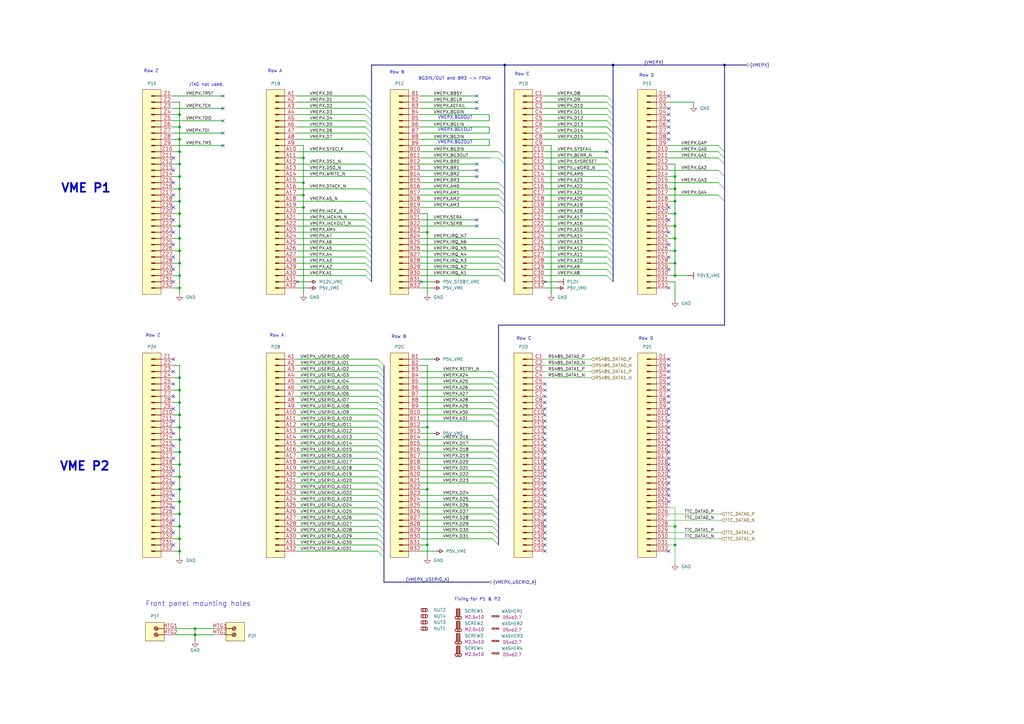
<source format=kicad_sch>
(kicad_sch (version 20250114) (generator "eeschema") (generator_version "9.0")
  (paper "A3")
  (title_block (title "VME P1/P2 connector fanout + mechanics"))
  (bus_alias "VMEPX" (members "VMEPX.A[0..31]" "VMEPX.D[0..31]" "VMEPX.WRITE_N" "VMEPX.DTACK_N" "VMEPX.LWORD_N" "VMEPX.DS0_N" "VMEPX.DS1_N" "VMEPX.IACK_N" "VMEPX.IACKIN_N" "VMEPX.IACKOUT_N" "VMEPX.AM[0..5]" "VMEPX.GA[0..4]" "VMEPX.GAP" "VMEPX.IRQ_N[1..7]" "VMEPX.SYSCLK" "VMEPX.AS_N" "VMEPX.TRST" "VMEPX.TCK" "VMEPX.TDO" "VMEPX.TDI" "VMEPX.TMS" "VMEPX.BERR_N" "VMEPX.RETRY_N" "VMEPX.SYSRESET" "VMEPX.BG3IN" "VMEPX.BG3OUT" "VMEPX.BR3"))
  (text "Row D" (at 264.922 138.938 0) (effects (font (size 1.27 1.27))))
  (text "Row B" (at 162.814 29.718 0) (effects (font (size 1.27 1.27))))
  (text "Front panel mounting holes" (at 59.69 248.92 0) (effects (font (size 2.032 2.032)) (justify left bottom)))
  (text "Row A" (at 113.538 137.668 0) (effects (font (size 1.27 1.27))))
  (text "VMEPX.BG1OUT" (at 186.69 53.34 0) (effects (font (size 1.27 1.27))))
  (text "Row B" (at 163.576 138.176 0) (effects (font (size 1.27 1.27))))
  (text "BG3IN/OUT and BR3 -> FPGA" (at 186.436 32.258 0) (effects (font (size 1.27 1.27))))
  (text "Row Z" (at 62.738 137.668 0) (effects (font (size 1.27 1.27))))
  (text "VMEPX.BG0OUT" (at 186.69 48.26 0) (effects (font (size 1.27 1.27))))
  (text "VMEPX.BG2OUT" (at 186.69 58.42 0) (effects (font (size 1.27 1.27))))
  (text "Row Z" (at 61.976 29.21 0) (effects (font (size 1.27 1.27))))
  (text "JTAG not used." (at 84.582 34.798 0) (effects (font (size 1.27 1.27))))
  (text "VME P1" (at 45.72 75.184 0) (effects (font (size 3.556 3.556) (bold yes)) (justify right top)))
  (text "Row C" (at 214.122 30.48 0) (effects (font (size 1.27 1.27))))
  (text "Fixing for P1 & P2" (at 195.834 245.872 0) (effects (font (size 1.27 1.27))))
  (text "Row D" (at 265.176 30.988 0) (effects (font (size 1.27 1.27))))
  (text "Row A" (at 112.776 29.21 0) (effects (font (size 1.27 1.27))))
  (text "VME P2" (at 45.212 189.23 0) (effects (font (size 3.556 3.556) (bold yes)) (justify right top)))
  (text "Row C" (at 214.884 138.938 0) (effects (font (size 1.27 1.27))))
  (junction (at 73.66 165.1))
  (junction (at 73.66 195.58))
  (junction (at 73.66 190.5))
  (junction (at 80.01 260.35))
  (junction (at 73.66 205.74))
  (junction (at 73.66 118.11))
  (junction (at 73.66 62.23))
  (junction (at 73.66 72.39))
  (junction (at 73.66 113.03))
  (junction (at 73.66 87.63))
  (junction (at 276.86 87.63))
  (junction (at 175.26 200.66))
  (junction (at 73.66 77.47))
  (junction (at 297.18 26.67))
  (junction (at 276.86 77.47))
  (junction (at 73.66 97.79))
  (junction (at 73.66 160.02))
  (junction (at 73.66 185.42))
  (junction (at 73.66 200.66))
  (junction (at 175.26 95.25))
  (junction (at 124.46 74.93))
  (junction (at 276.86 102.87))
  (junction (at 73.66 107.95))
  (junction (at 73.66 52.07))
  (junction (at 124.46 64.77))
  (junction (at 124.46 80.01))
  (junction (at 276.86 92.71))
  (junction (at 73.66 154.94))
  (junction (at 73.66 226.06))
  (junction (at 73.66 180.34))
  (junction (at 73.66 210.82))
  (junction (at 276.86 97.79))
  (junction (at 276.86 113.03))
  (junction (at 276.86 72.39))
  (junction (at 73.66 92.71))
  (junction (at 276.86 223.52))
  (junction (at 207.01 26.67))
  (junction (at 73.66 215.9))
  (junction (at 73.66 175.26))
  (junction (at 251.46 26.67))
  (junction (at 124.46 85.09))
  (junction (at 276.86 215.9))
  (junction (at 73.66 220.98))
  (junction (at 276.86 107.95))
  (junction (at 73.66 170.18))
  (junction (at 73.66 82.55))
  (junction (at 73.66 102.87))
  (junction (at 80.01 257.81))
  (junction (at 175.26 223.52))
  (junction (at 276.86 82.55))
  (junction (at 73.66 57.15))
  (junction (at 73.66 46.99))
  (junction (at 175.26 175.26))
  (junction (at 73.66 67.31))
  (no_connect (at 71.12 64.77))
  (no_connect (at 71.12 85.09))
  (no_connect (at 274.32 105.41))
  (no_connect (at 71.12 90.17))
  (no_connect (at 223.52 170.18))
  (no_connect (at 195.58 39.37))
  (no_connect (at 223.52 220.98))
  (no_connect (at 71.12 95.25))
  (no_connect (at 91.44 54.61))
  (no_connect (at 71.12 182.88))
  (no_connect (at 195.58 44.45))
  (no_connect (at 91.44 59.69))
  (no_connect (at 274.32 152.4))
  (no_connect (at 274.32 180.34))
  (no_connect (at 223.52 115.57))
  (no_connect (at 71.12 100.33))
  (no_connect (at 195.58 69.85))
  (no_connect (at 274.32 44.45))
  (no_connect (at 223.52 205.74))
  (no_connect (at 71.12 187.96))
  (no_connect (at 274.32 172.72))
  (no_connect (at 274.32 95.25))
  (no_connect (at 71.12 105.41))
  (no_connect (at 274.32 205.74))
  (no_connect (at 71.12 177.8))
  (no_connect (at 274.32 54.61))
  (no_connect (at 223.52 218.44))
  (no_connect (at 195.58 90.17))
  (no_connect (at 274.32 175.26))
  (no_connect (at 195.58 72.39))
  (no_connect (at 71.12 172.72))
  (no_connect (at 71.12 193.04))
  (no_connect (at 223.52 210.82))
  (no_connect (at 274.32 100.33))
  (no_connect (at 91.44 44.45))
  (no_connect (at 274.32 167.64))
  (no_connect (at 274.32 110.49))
  (no_connect (at 274.32 46.99))
  (no_connect (at 223.52 226.06))
  (no_connect (at 274.32 187.96))
  (no_connect (at 223.52 215.9))
  (no_connect (at 71.12 162.56))
  (no_connect (at 71.12 69.85))
  (no_connect (at 274.32 182.88))
  (no_connect (at 71.12 208.28))
  (no_connect (at 71.12 152.4))
  (no_connect (at 223.52 198.12))
  (no_connect (at 223.52 165.1))
  (no_connect (at 274.32 193.04))
  (no_connect (at 274.32 165.1))
  (no_connect (at 223.52 160.02))
  (no_connect (at 71.12 213.36))
  (no_connect (at 223.52 182.88))
  (no_connect (at 223.52 200.66))
  (no_connect (at 274.32 57.15))
  (no_connect (at 274.32 160.02))
  (no_connect (at 274.32 200.66))
  (no_connect (at 274.32 49.53))
  (no_connect (at 274.32 118.11))
  (no_connect (at 274.32 157.48))
  (no_connect (at 71.12 157.48))
  (no_connect (at 71.12 198.12))
  (no_connect (at 274.32 190.5))
  (no_connect (at 223.52 177.8))
  (no_connect (at 121.92 115.57))
  (no_connect (at 274.32 198.12))
  (no_connect (at 274.32 162.56))
  (no_connect (at 223.52 208.28))
  (no_connect (at 223.52 185.42))
  (no_connect (at 274.32 170.18))
  (no_connect (at 71.12 80.01))
  (no_connect (at 223.52 223.52))
  (no_connect (at 223.52 203.2))
  (no_connect (at 223.52 187.96))
  (no_connect (at 223.52 157.48))
  (no_connect (at 71.12 203.2))
  (no_connect (at 248.92 62.23))
  (no_connect (at 274.32 226.06))
  (no_connect (at 274.32 195.58))
  (no_connect (at 274.32 52.07))
  (no_connect (at 223.52 180.34))
  (no_connect (at 71.12 223.52))
  (no_connect (at 71.12 74.93))
  (no_connect (at 223.52 213.36))
  (no_connect (at 223.52 190.5))
  (no_connect (at 172.72 115.57))
  (no_connect (at 195.58 92.71))
  (no_connect (at 274.32 147.32))
  (no_connect (at 274.32 85.09))
  (no_connect (at 223.52 167.64))
  (no_connect (at 223.52 195.58))
  (no_connect (at 274.32 177.8))
  (no_connect (at 71.12 218.44))
  (no_connect (at 71.12 167.64))
  (no_connect (at 274.32 185.42))
  (no_connect (at 71.12 110.49))
  (no_connect (at 195.58 67.31))
  (no_connect (at 274.32 203.2))
  (no_connect (at 274.32 154.94))
  (no_connect (at 91.44 39.37))
  (no_connect (at 71.12 147.32))
  (no_connect (at 223.52 172.72))
  (no_connect (at 91.44 49.53))
  (no_connect (at 195.58 41.91))
  (no_connect (at 274.32 39.37))
  (no_connect (at 71.12 115.57))
  (no_connect (at 274.32 90.17))
  (no_connect (at 274.32 149.86))
  (no_connect (at 223.52 162.56))
  (no_connect (at 223.52 193.04))
  (no_connect (at 223.52 175.26))
  (bus_entry (at 204.47 80.01) (size 2.54 2.54))
  (bus_entry (at 154.94 177.8) (size 2.54 2.54))
  (bus_entry (at 149.86 69.85) (size 2.54 2.54))
  (bus_entry (at 154.94 223.52) (size 2.54 2.54))
  (bus_entry (at 154.94 182.88) (size 2.54 2.54))
  (bus_entry (at 154.94 198.12) (size 2.54 2.54))
  (bus_entry (at 204.47 113.03) (size 2.54 2.54))
  (bus_entry (at 149.86 87.63) (size 2.54 2.54))
  (bus_entry (at 248.92 41.91) (size 2.54 2.54))
  (bus_entry (at 154.94 226.06) (size 2.54 2.54))
  (bus_entry (at 154.94 180.34) (size 2.54 2.54))
  (bus_entry (at 201.93 160.02) (size 2.54 2.54))
  (bus_entry (at 154.94 193.04) (size 2.54 2.54))
  (bus_entry (at 154.94 210.82) (size 2.54 2.54))
  (bus_entry (at 294.64 64.77) (size 2.54 2.54))
  (bus_entry (at 154.94 167.64) (size 2.54 2.54))
  (bus_entry (at 201.93 180.34) (size 2.54 2.54))
  (bus_entry (at 149.86 110.49) (size 2.54 2.54))
  (bus_entry (at 154.94 160.02) (size 2.54 2.54))
  (bus_entry (at 204.47 105.41) (size 2.54 2.54))
  (bus_entry (at 204.47 97.79) (size 2.54 2.54))
  (bus_entry (at 248.92 67.31) (size 2.54 2.54))
  (bus_entry (at 248.92 85.09) (size 2.54 2.54))
  (bus_entry (at 154.94 190.5) (size 2.54 2.54))
  (bus_entry (at 201.93 182.88) (size 2.54 2.54))
  (bus_entry (at 248.92 69.85) (size 2.54 2.54))
  (bus_entry (at 248.92 107.95) (size 2.54 2.54))
  (bus_entry (at 149.86 77.47) (size 2.54 2.54))
  (bus_entry (at 149.86 105.41) (size 2.54 2.54))
  (bus_entry (at 204.47 62.23) (size 2.54 2.54))
  (bus_entry (at 201.93 162.56) (size 2.54 2.54))
  (bus_entry (at 201.93 170.18) (size 2.54 2.54))
  (bus_entry (at 201.93 198.12) (size 2.54 2.54))
  (bus_entry (at 201.93 157.48) (size 2.54 2.54))
  (bus_entry (at 248.92 95.25) (size 2.54 2.54))
  (bus_entry (at 149.86 49.53) (size 2.54 2.54))
  (bus_entry (at 154.94 152.4) (size 2.54 2.54))
  (bus_entry (at 154.94 208.28) (size 2.54 2.54))
  (bus_entry (at 248.92 44.45) (size 2.54 2.54))
  (bus_entry (at 201.93 195.58) (size 2.54 2.54))
  (bus_entry (at 294.64 69.85) (size 2.54 2.54))
  (bus_entry (at 154.94 149.86) (size 2.54 2.54))
  (bus_entry (at 201.93 185.42) (size 2.54 2.54))
  (bus_entry (at 248.92 110.49) (size 2.54 2.54))
  (bus_entry (at 248.92 105.41) (size 2.54 2.54))
  (bus_entry (at 248.92 39.37) (size 2.54 2.54))
  (bus_entry (at 248.92 80.01) (size 2.54 2.54))
  (bus_entry (at 149.86 67.31) (size 2.54 2.54))
  (bus_entry (at 154.94 200.66) (size 2.54 2.54))
  (bus_entry (at 201.93 208.28) (size 2.54 2.54))
  (bus_entry (at 149.86 90.17) (size 2.54 2.54))
  (bus_entry (at 201.93 203.2) (size 2.54 2.54))
  (bus_entry (at 154.94 175.26) (size 2.54 2.54))
  (bus_entry (at 149.86 97.79) (size 2.54 2.54))
  (bus_entry (at 154.94 187.96) (size 2.54 2.54))
  (bus_entry (at 149.86 52.07) (size 2.54 2.54))
  (bus_entry (at 201.93 220.98) (size 2.54 2.54))
  (bus_entry (at 154.94 172.72) (size 2.54 2.54))
  (bus_entry (at 201.93 205.74) (size 2.54 2.54))
  (bus_entry (at 248.92 52.07) (size 2.54 2.54))
  (bus_entry (at 201.93 172.72) (size 2.54 2.54))
  (bus_entry (at 248.92 100.33) (size 2.54 2.54))
  (bus_entry (at 149.86 102.87) (size 2.54 2.54))
  (bus_entry (at 154.94 165.1) (size 2.54 2.54))
  (bus_entry (at 149.86 39.37) (size 2.54 2.54))
  (bus_entry (at 154.94 162.56) (size 2.54 2.54))
  (bus_entry (at 204.47 74.93) (size 2.54 2.54))
  (bus_entry (at 248.92 90.17) (size 2.54 2.54))
  (bus_entry (at 204.47 64.77) (size 2.54 2.54))
  (bus_entry (at 201.93 167.64) (size 2.54 2.54))
  (bus_entry (at 248.92 64.77) (size 2.54 2.54))
  (bus_entry (at 154.94 213.36) (size 2.54 2.54))
  (bus_entry (at 154.94 220.98) (size 2.54 2.54))
  (bus_entry (at 149.86 113.03) (size 2.54 2.54))
  (bus_entry (at 248.92 77.47) (size 2.54 2.54))
  (bus_entry (at 154.94 147.32) (size 2.54 2.54))
  (bus_entry (at 204.47 82.55) (size 2.54 2.54))
  (bus_entry (at 248.92 57.15) (size 2.54 2.54))
  (bus_entry (at 201.93 213.36) (size 2.54 2.54))
  (bus_entry (at 248.92 92.71) (size 2.54 2.54))
  (bus_entry (at 201.93 165.1) (size 2.54 2.54))
  (bus_entry (at 149.86 62.23) (size 2.54 2.54))
  (bus_entry (at 154.94 170.18) (size 2.54 2.54))
  (bus_entry (at 154.94 205.74) (size 2.54 2.54))
  (bus_entry (at 149.86 54.61) (size 2.54 2.54))
  (bus_entry (at 248.92 72.39) (size 2.54 2.54))
  (bus_entry (at 204.47 85.09) (size 2.54 2.54))
  (bus_entry (at 294.64 74.93) (size 2.54 2.54))
  (bus_entry (at 154.94 154.94) (size 2.54 2.54))
  (bus_entry (at 204.47 102.87) (size 2.54 2.54))
  (bus_entry (at 248.92 97.79) (size 2.54 2.54))
  (bus_entry (at 201.93 187.96) (size 2.54 2.54))
  (bus_entry (at 149.86 107.95) (size 2.54 2.54))
  (bus_entry (at 201.93 190.5) (size 2.54 2.54))
  (bus_entry (at 248.92 46.99) (size 2.54 2.54))
  (bus_entry (at 154.94 157.48) (size 2.54 2.54))
  (bus_entry (at 154.94 185.42) (size 2.54 2.54))
  (bus_entry (at 248.92 49.53) (size 2.54 2.54))
  (bus_entry (at 248.92 87.63) (size 2.54 2.54))
  (bus_entry (at 201.93 152.4) (size 2.54 2.54))
  (bus_entry (at 149.86 41.91) (size 2.54 2.54))
  (bus_entry (at 149.86 46.99) (size 2.54 2.54))
  (bus_entry (at 248.92 102.87) (size 2.54 2.54))
  (bus_entry (at 204.47 77.47) (size 2.54 2.54))
  (bus_entry (at 248.92 54.61) (size 2.54 2.54))
  (bus_entry (at 149.86 100.33) (size 2.54 2.54))
  (bus_entry (at 154.94 203.2) (size 2.54 2.54))
  (bus_entry (at 248.92 52.07) (size 2.54 2.54))
  (bus_entry (at 149.86 44.45) (size 2.54 2.54))
  (bus_entry (at 154.94 195.58) (size 2.54 2.54))
  (bus_entry (at 248.92 74.93) (size 2.54 2.54))
  (bus_entry (at 154.94 215.9) (size 2.54 2.54))
  (bus_entry (at 204.47 100.33) (size 2.54 2.54))
  (bus_entry (at 294.64 80.01) (size 2.54 2.54))
  (bus_entry (at 204.47 107.95) (size 2.54 2.54))
  (bus_entry (at 149.86 95.25) (size 2.54 2.54))
  (bus_entry (at 201.93 210.82) (size 2.54 2.54))
  (bus_entry (at 201.93 218.44) (size 2.54 2.54))
  (bus_entry (at 149.86 92.71) (size 2.54 2.54))
  (bus_entry (at 294.64 59.69) (size 2.54 2.54))
  (bus_entry (at 201.93 193.04) (size 2.54 2.54))
  (bus_entry (at 201.93 215.9) (size 2.54 2.54))
  (bus_entry (at 248.92 82.55) (size 2.54 2.54))
  (bus_entry (at 204.47 110.49) (size 2.54 2.54))
  (bus_entry (at 248.92 113.03) (size 2.54 2.54))
  (bus_entry (at 149.86 57.15) (size 2.54 2.54))
  (bus_entry (at 201.93 154.94) (size 2.54 2.54))
  (bus_entry (at 154.94 218.44) (size 2.54 2.54))
  (bus_entry (at 149.86 82.55) (size 2.54 2.54))
  (bus_entry (at 294.64 62.23) (size 2.54 2.54))
  (bus_entry (at 149.86 72.39) (size 2.54 2.54))
  (wire (pts (xy 172.72 154.94) (xy 201.93 154.94)) (stroke (width 0.254)))
  (wire (pts (xy 71.12 82.55) (xy 73.66 82.55)) (stroke (width 0.254)))
  (wire (pts (xy 223.52 80.01) (xy 248.92 80.01)) (stroke (width 0.254)))
  (wire (pts (xy 121.92 157.48) (xy 154.94 157.48)) (stroke (width 0.254)))
  (wire (pts (xy 274.32 113.03) (xy 276.86 113.03)) (stroke (width 0.254)))
  (bus (pts (xy 152.4 59.69) (xy 152.4 57.15)))
  (wire (pts (xy 73.66 57.15) (xy 73.66 52.07)) (stroke (width 0.254)))
  (bus (pts (xy 251.46 87.63) (xy 251.46 90.17)))
  (wire (pts (xy 223.52 57.15) (xy 248.92 57.15)) (stroke (width 0.254)))
  (bus (pts (xy 204.47 223.52) (xy 204.47 220.98)))
  (wire (pts (xy 71.12 175.26) (xy 73.66 175.26)) (stroke (width 0.254)))
  (bus (pts (xy 157.48 228.6) (xy 157.48 238.76)))
  (wire (pts (xy 172.72 165.1) (xy 201.93 165.1)) (stroke (width 0.254)))
  (wire (pts (xy 121.92 72.39) (xy 149.86 72.39)) (stroke (width 0.254)))
  (wire (pts (xy 223.52 115.57) (xy 228.6 115.57)) (stroke (width 0.254)))
  (wire (pts (xy 121.92 92.71) (xy 149.86 92.71)) (stroke (width 0.254)))
  (bus (pts (xy 251.46 80.01) (xy 251.46 77.47)))
  (bus (pts (xy 251.46 49.53) (xy 251.46 46.99)))
  (wire (pts (xy 274.32 223.52) (xy 276.86 223.52)))
  (bus (pts (xy 204.47 167.64) (xy 204.47 165.1)))
  (wire (pts (xy 172.72 203.2) (xy 201.93 203.2)) (stroke (width 0.254)))
  (wire (pts (xy 172.72 118.11) (xy 177.8 118.11)) (stroke (width 0.254)))
  (wire (pts (xy 175.26 223.52) (xy 175.26 228.6)) (stroke (width 0.254)))
  (wire (pts (xy 73.66 107.95) (xy 73.66 113.03)) (stroke (width 0.254)))
  (bus (pts (xy 251.46 87.63) (xy 251.46 85.09)))
  (bus (pts (xy 157.48 208.28) (xy 157.48 210.82)))
  (wire (pts (xy 121.92 67.31) (xy 149.86 67.31)) (stroke (width 0.254)))
  (bus (pts (xy 157.48 180.34) (xy 157.48 182.88)))
  (bus (pts (xy 204.47 172.72) (xy 204.47 170.18)))
  (wire (pts (xy 274.32 67.31) (xy 276.86 67.31)) (stroke (width 0.254)))
  (wire (pts (xy 121.92 203.2) (xy 154.94 203.2)) (stroke (width 0.254)))
  (wire (pts (xy 121.92 118.11) (xy 127 118.11)) (stroke (width 0.254)))
  (wire (pts (xy 121.92 160.02) (xy 154.94 160.02)) (stroke (width 0.254)))
  (bus (pts (xy 251.46 90.17) (xy 251.46 92.71)))
  (bus (pts (xy 157.48 185.42) (xy 157.48 187.96)))
  (wire (pts (xy 71.12 39.37) (xy 91.44 39.37)) (stroke (width 0.254)))
  (wire (pts (xy 276.86 115.57) (xy 276.86 123.19)) (stroke (width 0.254)))
  (wire (pts (xy 172.72 39.37) (xy 195.58 39.37)) (stroke (width 0.254)))
  (bus (pts (xy 152.4 105.41) (xy 152.4 102.87)))
  (bus (pts (xy 251.46 44.45) (xy 251.46 41.91)))
  (wire (pts (xy 276.86 72.39) (xy 276.86 77.47)) (stroke (width 0.254)))
  (wire (pts (xy 274.32 80.01) (xy 294.64 80.01)) (stroke (width 0.254)))
  (wire (pts (xy 71.12 87.63) (xy 73.66 87.63)) (stroke (width 0.254)))
  (wire (pts (xy 121.92 147.32) (xy 154.94 147.32)) (stroke (width 0.254)))
  (wire (pts (xy 71.12 195.58) (xy 73.66 195.58)) (stroke (width 0.254)))
  (bus (pts (xy 157.48 226.06) (xy 157.48 228.6)))
  (wire (pts (xy 73.66 113.03) (xy 71.12 113.03)) (stroke (width 0.254)))
  (bus (pts (xy 152.4 64.77) (xy 152.4 59.69)))
  (bus (pts (xy 251.46 82.55) (xy 251.46 80.01)))
  (wire (pts (xy 121.92 87.63) (xy 149.86 87.63)) (stroke (width 0.254)))
  (wire (pts (xy 274.32 59.69) (xy 294.64 59.69)) (stroke (width 0.254)))
  (wire (pts (xy 172.72 80.01) (xy 204.47 80.01)) (stroke (width 0.254)))
  (wire (pts (xy 73.66 77.47) (xy 73.66 82.55)) (stroke (width 0.254)))
  (bus (pts (xy 157.48 190.5) (xy 157.48 193.04)))
  (wire (pts (xy 179.07 226.06) (xy 172.72 226.06)) (stroke (width 0.254)))
  (bus (pts (xy 204.47 208.28) (xy 204.47 205.74)))
  (wire (pts (xy 223.52 154.94) (xy 242.57 154.94)))
  (wire (pts (xy 71.12 205.74) (xy 73.66 205.74)) (stroke (width 0.254)))
  (wire (pts (xy 172.72 44.45) (xy 195.58 44.45)) (stroke (width 0.254)))
  (wire (pts (xy 73.66 67.31) (xy 73.66 72.39)) (stroke (width 0.254)))
  (wire (pts (xy 121.92 62.23) (xy 149.86 62.23)) (stroke (width 0.254)))
  (bus (pts (xy 251.46 85.09) (xy 251.46 82.55)))
  (bus (pts (xy 251.46 110.49) (xy 251.46 113.03)))
  (bus (pts (xy 157.48 220.98) (xy 157.48 223.52)))
  (bus (pts (xy 207.01 105.41) (xy 207.01 102.87)))
  (wire (pts (xy 276.86 215.9) (xy 276.86 223.52)))
  (wire (pts (xy 73.66 170.18) (xy 73.66 175.26)) (stroke (width 0.254)))
  (bus (pts (xy 297.18 133.35) (xy 297.18 82.55)))
  (wire (pts (xy 200.66 49.53) (xy 172.72 49.53)) (stroke (width 0.254)))
  (wire (pts (xy 172.72 220.98) (xy 201.93 220.98)) (stroke (width 0.254)))
  (wire (pts (xy 124.46 74.93) (xy 124.46 80.01)) (stroke (width 0.254)))
  (wire (pts (xy 121.92 113.03) (xy 149.86 113.03)) (stroke (width 0.254)))
  (bus (pts (xy 152.4 100.33) (xy 152.4 97.79)))
  (bus (pts (xy 157.48 238.76) (xy 200.66 238.76)))
  (bus (pts (xy 204.47 218.44) (xy 204.47 215.9)))
  (wire (pts (xy 274.32 92.71) (xy 276.86 92.71)) (stroke (width 0.254)))
  (wire (pts (xy 73.66 165.1) (xy 73.66 170.18)) (stroke (width 0.254)))
  (wire (pts (xy 172.72 115.57) (xy 177.8 115.57)) (stroke (width 0.254)))
  (wire (pts (xy 274.32 62.23) (xy 294.64 62.23)) (stroke (width 0.254)))
  (bus (pts (xy 157.48 210.82) (xy 157.48 213.36)))
  (wire (pts (xy 121.92 215.9) (xy 154.94 215.9)) (stroke (width 0.254)))
  (wire (pts (xy 276.86 97.79) (xy 276.86 102.87)) (stroke (width 0.254)))
  (bus (pts (xy 204.47 220.98) (xy 204.47 218.44)))
  (wire (pts (xy 71.12 44.45) (xy 91.44 44.45)) (stroke (width 0.254)))
  (wire (pts (xy 172.72 67.31) (xy 195.58 67.31)) (stroke (width 0.254)))
  (wire (pts (xy 200.66 52.07) (xy 200.66 54.61)) (stroke (width 0.254)))
  (wire (pts (xy 172.72 152.4) (xy 201.93 152.4)) (stroke (width 0.254)))
  (wire (pts (xy 274.32 82.55) (xy 276.86 82.55)) (stroke (width 0.254)))
  (bus (pts (xy 251.46 92.71) (xy 251.46 95.25)))
  (wire (pts (xy 172.72 82.55) (xy 204.47 82.55)) (stroke (width 0.254)))
  (wire (pts (xy 276.86 82.55) (xy 276.86 87.63)) (stroke (width 0.254)))
  (wire (pts (xy 223.52 44.45) (xy 248.92 44.45)) (stroke (width 0.254)))
  (wire (pts (xy 71.12 41.91) (xy 73.66 41.91)) (stroke (width 0.254)))
  (bus (pts (xy 297.18 26.67) (xy 306.07 26.67)))
  (wire (pts (xy 73.66 107.95) (xy 73.66 102.87)) (stroke (width 0.254)))
  (wire (pts (xy 274.32 97.79) (xy 276.86 97.79)) (stroke (width 0.254)))
  (wire (pts (xy 73.66 215.9) (xy 73.66 220.98)) (stroke (width 0.254)))
  (bus (pts (xy 157.48 177.8) (xy 157.48 180.34)))
  (wire (pts (xy 223.52 74.93) (xy 248.92 74.93)) (stroke (width 0.254)))
  (wire (pts (xy 121.92 195.58) (xy 154.94 195.58)) (stroke (width 0.254)))
  (wire (pts (xy 200.66 64.77) (xy 204.47 64.77)))
  (wire (pts (xy 124.46 64.77) (xy 124.46 74.93)) (stroke (width 0.254)))
  (wire (pts (xy 73.66 195.58) (xy 73.66 200.66)) (stroke (width 0.254)))
  (wire (pts (xy 172.72 92.71) (xy 195.58 92.71)) (stroke (width 0.254)))
  (wire (pts (xy 73.66 205.74) (xy 73.66 200.66)) (stroke (width 0.254)))
  (wire (pts (xy 223.52 107.95) (xy 248.92 107.95)) (stroke (width 0.254)))
  (wire (pts (xy 73.66 154.94) (xy 71.12 154.94)) (stroke (width 0.254)))
  (wire (pts (xy 73.66 210.82) (xy 71.12 210.82)) (stroke (width 0.254)))
  (wire (pts (xy 71.12 54.61) (xy 91.44 54.61)) (stroke (width 0.254)))
  (wire (pts (xy 71.12 67.31) (xy 73.66 67.31)) (stroke (width 0.254)))
  (wire (pts (xy 121.92 39.37) (xy 149.86 39.37)) (stroke (width 0.254)))
  (bus (pts (xy 204.47 190.5) (xy 204.47 187.96)))
  (wire (pts (xy 121.92 95.25) (xy 149.86 95.25)) (stroke (width 0.254)))
  (wire (pts (xy 172.72 77.47) (xy 204.47 77.47)) (stroke (width 0.254)))
  (wire (pts (xy 73.66 97.79) (xy 73.66 92.71)) (stroke (width 0.254)))
  (bus (pts (xy 251.46 105.41) (xy 251.46 107.95)))
  (wire (pts (xy 71.12 97.79) (xy 73.66 97.79)) (stroke (width 0.254)))
  (bus (pts (xy 152.4 97.79) (xy 152.4 95.25)))
  (bus (pts (xy 251.46 100.33) (xy 251.46 102.87)))
  (bus (pts (xy 152.4 52.07) (xy 152.4 49.53)))
  (wire (pts (xy 276.86 102.87) (xy 276.86 107.95)) (stroke (width 0.254)))
  (bus (pts (xy 157.48 162.56) (xy 157.48 165.1)))
  (bus (pts (xy 251.46 69.85) (xy 251.46 67.31)))
  (wire (pts (xy 73.66 41.91) (xy 73.66 46.99)) (stroke (width 0.254)))
  (wire (pts (xy 172.72 57.15) (xy 200.66 57.15)) (stroke (width 0.254)))
  (bus (pts (xy 157.48 200.66) (xy 157.48 203.2)))
  (wire (pts (xy 121.92 177.8) (xy 154.94 177.8)) (stroke (width 0.254)))
  (wire (pts (xy 223.52 85.09) (xy 248.92 85.09)) (stroke (width 0.254)))
  (bus (pts (xy 204.47 175.26) (xy 204.47 172.72)))
  (wire (pts (xy 121.92 218.44) (xy 154.94 218.44)) (stroke (width 0.254)))
  (wire (pts (xy 284.48 41.91) (xy 284.48 43.18)) (stroke (width 0.254)))
  (wire (pts (xy 73.66 226.06) (xy 73.66 228.6)) (stroke (width 0.254)))
  (wire (pts (xy 121.92 69.85) (xy 149.86 69.85)) (stroke (width 0.254)))
  (wire (pts (xy 223.52 52.07) (xy 248.92 52.07)) (stroke (width 0.254)))
  (wire (pts (xy 200.66 54.61) (xy 172.72 54.61)) (stroke (width 0.254)))
  (wire (pts (xy 172.72 69.85) (xy 195.58 69.85)) (stroke (width 0.254)))
  (wire (pts (xy 172.72 180.34) (xy 201.93 180.34)) (stroke (width 0.254)))
  (bus (pts (xy 207.01 87.63) (xy 207.01 85.09)))
  (wire (pts (xy 172.72 102.87) (xy 204.47 102.87)) (stroke (width 0.254)))
  (bus (pts (xy 251.46 74.93) (xy 251.46 72.39)))
  (wire (pts (xy 73.66 154.94) (xy 73.66 160.02)) (stroke (width 0.254)))
  (wire (pts (xy 172.72 208.28) (xy 201.93 208.28)) (stroke (width 0.254)))
  (wire (pts (xy 172.72 74.93) (xy 204.47 74.93)) (stroke (width 0.254)))
  (bus (pts (xy 152.4 46.99) (xy 152.4 44.45)))
  (wire (pts (xy 80.01 257.81) (xy 87.63 257.81)) (stroke (width 0.254)))
  (wire (pts (xy 73.66 220.98) (xy 71.12 220.98)) (stroke (width 0.254)))
  (wire (pts (xy 121.92 110.49) (xy 149.86 110.49)) (stroke (width 0.254)))
  (wire (pts (xy 73.66 200.66) (xy 71.12 200.66)) (stroke (width 0.254)))
  (wire (pts (xy 175.26 175.26) (xy 175.26 200.66)) (stroke (width 0.254)))
  (wire (pts (xy 175.26 223.52) (xy 172.72 223.52)) (stroke (width 0.254)))
  (wire (pts (xy 172.72 190.5) (xy 201.93 190.5)) (stroke (width 0.254)))
  (wire (pts (xy 73.66 190.5) (xy 73.66 195.58)) (stroke (width 0.254)))
  (wire (pts (xy 121.92 85.09) (xy 124.46 85.09)) (stroke (width 0.254)))
  (wire (pts (xy 121.92 74.93) (xy 124.46 74.93)) (stroke (width 0.254)))
  (wire (pts (xy 200.66 57.15) (xy 200.66 59.69)) (stroke (width 0.254)))
  (wire (pts (xy 71.12 185.42) (xy 73.66 185.42)) (stroke (width 0.254)))
  (wire (pts (xy 121.92 198.12) (xy 154.94 198.12)) (stroke (width 0.254)))
  (wire (pts (xy 121.92 90.17) (xy 149.86 90.17)) (stroke (width 0.254)))
  (wire (pts (xy 73.66 82.55) (xy 73.66 87.63)) (stroke (width 0.254)))
  (wire (pts (xy 274.32 210.82) (xy 295.91 210.82)))
  (wire (pts (xy 172.72 200.66) (xy 175.26 200.66)) (stroke (width 0.254)))
  (bus (pts (xy 297.18 72.39) (xy 297.18 67.31)))
  (wire (pts (xy 71.12 107.95) (xy 73.66 107.95)) (stroke (width 0.254)))
  (wire (pts (xy 226.06 59.69) (xy 226.06 120.65)) (stroke (width 0.254)))
  (wire (pts (xy 71.12 149.86) (xy 73.66 149.86)) (stroke (width 0.254)))
  (wire (pts (xy 223.52 77.47) (xy 248.92 77.47)) (stroke (width 0.254)))
  (wire (pts (xy 223.52 64.77) (xy 248.92 64.77)) (stroke (width 0.254)))
  (wire (pts (xy 172.72 157.48) (xy 201.93 157.48)) (stroke (width 0.254)))
  (wire (pts (xy 73.66 175.26) (xy 73.66 180.34)) (stroke (width 0.254)))
  (wire (pts (xy 121.92 220.98) (xy 154.94 220.98)) (stroke (width 0.254)))
  (bus (pts (xy 251.46 97.79) (xy 251.46 100.33)))
  (bus (pts (xy 207.01 67.31) (xy 207.01 64.77)))
  (wire (pts (xy 276.86 107.95) (xy 276.86 113.03)) (stroke (width 0.254)))
  (bus (pts (xy 152.4 113.03) (xy 152.4 110.49)))
  (wire (pts (xy 80.01 257.81) (xy 80.01 260.35)) (stroke (width 0.254)))
  (wire (pts (xy 172.72 113.03) (xy 204.47 113.03)) (stroke (width 0.254)))
  (wire (pts (xy 172.72 85.09) (xy 204.47 85.09)) (stroke (width 0.254)))
  (wire (pts (xy 121.92 154.94) (xy 154.94 154.94)) (stroke (width 0.254)))
  (wire (pts (xy 73.66 210.82) (xy 73.66 215.9)) (stroke (width 0.254)))
  (wire (pts (xy 121.92 49.53) (xy 149.86 49.53)) (stroke (width 0.254)))
  (wire (pts (xy 87.63 260.35) (xy 80.01 260.35)) (stroke (width 0.254)))
  (wire (pts (xy 276.86 92.71) (xy 276.86 97.79)) (stroke (width 0.254)))
  (wire (pts (xy 73.66 72.39) (xy 73.66 77.47)) (stroke (width 0.254)))
  (wire (pts (xy 80.01 260.35) (xy 72.39 260.35)) (stroke (width 0.254)))
  (wire (pts (xy 175.26 95.25) (xy 175.26 120.65)) (stroke (width 0.254)))
  (wire (pts (xy 172.72 210.82) (xy 201.93 210.82)) (stroke (width 0.254)))
  (wire (pts (xy 172.72 185.42) (xy 201.93 185.42)) (stroke (width 0.254)))
  (wire (pts (xy 276.86 72.39) (xy 274.32 72.39)) (stroke (width 0.254)))
  (wire (pts (xy 274.32 115.57) (xy 276.86 115.57)) (stroke (width 0.254)))
  (bus (pts (xy 204.47 198.12) (xy 204.47 195.58)))
  (wire (pts (xy 172.72 215.9) (xy 201.93 215.9)) (stroke (width 0.254)))
  (wire (pts (xy 71.12 215.9) (xy 73.66 215.9)) (stroke (width 0.254)))
  (bus (pts (xy 251.46 72.39) (xy 251.46 69.85)))
  (wire (pts (xy 276.86 77.47) (xy 274.32 77.47)) (stroke (width 0.254)))
  (wire (pts (xy 121.92 102.87) (xy 149.86 102.87)) (stroke (width 0.254)))
  (bus (pts (xy 152.4 110.49) (xy 152.4 107.95)))
  (bus (pts (xy 204.47 133.35) (xy 204.47 154.94)))
  (bus (pts (xy 157.48 215.9) (xy 157.48 218.44)))
  (bus (pts (xy 204.47 162.56) (xy 204.47 160.02)))
  (wire (pts (xy 121.92 105.41) (xy 149.86 105.41)) (stroke (width 0.254)))
  (wire (pts (xy 223.52 149.86) (xy 242.57 149.86)))
  (wire (pts (xy 121.92 182.88) (xy 154.94 182.88)) (stroke (width 0.254)))
  (bus (pts (xy 152.4 95.25) (xy 152.4 92.71)))
  (wire (pts (xy 223.52 54.61) (xy 248.92 54.61)) (stroke (width 0.254)))
  (bus (pts (xy 251.46 26.67) (xy 297.18 26.67)))
  (wire (pts (xy 80.01 262.89) (xy 80.01 260.35)) (stroke (width 0.254)))
  (wire (pts (xy 223.52 46.99) (xy 248.92 46.99)) (stroke (width 0.254)))
  (wire (pts (xy 73.66 165.1) (xy 73.66 160.02)) (stroke (width 0.254)))
  (wire (pts (xy 274.32 213.36) (xy 295.91 213.36)))
  (wire (pts (xy 121.92 107.95) (xy 149.86 107.95)) (stroke (width 0.254)))
  (bus (pts (xy 157.48 157.48) (xy 157.48 160.02)))
  (bus (pts (xy 207.01 100.33) (xy 207.01 87.63)))
  (wire (pts (xy 175.26 149.86) (xy 175.26 175.26)) (stroke (width 0.254)))
  (wire (pts (xy 223.52 102.87) (xy 248.92 102.87)) (stroke (width 0.254)))
  (wire (pts (xy 175.26 95.25) (xy 172.72 95.25)) (stroke (width 0.254)))
  (wire (pts (xy 121.92 226.06) (xy 154.94 226.06)) (stroke (width 0.254)))
  (bus (pts (xy 207.01 64.77) (xy 207.01 26.67)))
  (wire (pts (xy 172.72 162.56) (xy 201.93 162.56)) (stroke (width 0.254)))
  (wire (pts (xy 121.92 46.99) (xy 149.86 46.99)) (stroke (width 0.254)))
  (bus (pts (xy 207.01 102.87) (xy 207.01 100.33)))
  (bus (pts (xy 152.4 92.71) (xy 152.4 90.17)))
  (wire (pts (xy 121.92 52.07) (xy 149.86 52.07)) (stroke (width 0.254)))
  (bus (pts (xy 152.4 26.67) (xy 207.01 26.67)))
  (wire (pts (xy 274.32 87.63) (xy 276.86 87.63)) (stroke (width 0.254)))
  (bus (pts (xy 204.47 200.66) (xy 204.47 198.12)))
  (wire (pts (xy 276.86 77.47) (xy 276.86 82.55)) (stroke (width 0.254)))
  (wire (pts (xy 172.72 52.07) (xy 200.66 52.07)) (stroke (width 0.254)))
  (wire (pts (xy 124.46 80.01) (xy 124.46 85.09)) (stroke (width 0.254)))
  (wire (pts (xy 276.86 87.63) (xy 276.86 92.71)) (stroke (width 0.254)))
  (wire (pts (xy 172.72 218.44) (xy 201.93 218.44)) (stroke (width 0.254)))
  (wire (pts (xy 223.52 147.32) (xy 242.57 147.32)))
  (bus (pts (xy 152.4 90.17) (xy 152.4 85.09)))
  (wire (pts (xy 223.52 59.69) (xy 226.06 59.69)) (stroke (width 0.254)))
  (wire (pts (xy 223.52 39.37) (xy 248.92 39.37)) (stroke (width 0.254)))
  (wire (pts (xy 172.72 170.18) (xy 201.93 170.18)) (stroke (width 0.254)))
  (wire (pts (xy 223.52 87.63) (xy 248.92 87.63)) (stroke (width 0.254)))
  (bus (pts (xy 157.48 154.94) (xy 157.48 157.48)))
  (wire (pts (xy 276.86 223.52) (xy 276.86 231.14)))
  (wire (pts (xy 72.39 257.81) (xy 80.01 257.81)) (stroke (width 0.254)))
  (bus (pts (xy 157.48 170.18) (xy 157.48 172.72)))
  (wire (pts (xy 124.46 59.69) (xy 124.46 64.77)) (stroke (width 0.254)))
  (wire (pts (xy 73.66 62.23) (xy 73.66 57.15)) (stroke (width 0.254)))
  (bus (pts (xy 152.4 72.39) (xy 152.4 69.85)))
  (bus (pts (xy 251.46 46.99) (xy 251.46 44.45)))
  (bus (pts (xy 207.01 80.01) (xy 207.01 77.47)))
  (wire (pts (xy 121.92 193.04) (xy 154.94 193.04)) (stroke (width 0.254)))
  (wire (pts (xy 223.52 69.85) (xy 248.92 69.85)) (stroke (width 0.254)))
  (wire (pts (xy 121.92 149.86) (xy 154.94 149.86)) (stroke (width 0.254)))
  (bus (pts (xy 297.18 67.31) (xy 297.18 64.77)))
  (bus (pts (xy 204.47 210.82) (xy 204.47 208.28)))
  (wire (pts (xy 172.72 110.49) (xy 204.47 110.49)) (stroke (width 0.254)))
  (bus (pts (xy 207.01 107.95) (xy 207.01 105.41)))
  (bus (pts (xy 157.48 203.2) (xy 157.48 205.74)))
  (wire (pts (xy 175.26 175.26) (xy 172.72 175.26)) (stroke (width 0.254)))
  (bus (pts (xy 204.47 195.58) (xy 204.47 193.04)))
  (wire (pts (xy 121.92 180.34) (xy 154.94 180.34)) (stroke (width 0.254)))
  (bus (pts (xy 157.48 172.72) (xy 157.48 175.26)))
  (wire (pts (xy 223.52 118.11) (xy 228.6 118.11)) (stroke (width 0.254)))
  (wire (pts (xy 121.92 54.61) (xy 149.86 54.61)) (stroke (width 0.254)))
  (wire (pts (xy 223.52 90.17) (xy 248.92 90.17)) (stroke (width 0.254)))
  (wire (pts (xy 175.26 200.66) (xy 175.26 223.52)) (stroke (width 0.254)))
  (bus (pts (xy 157.48 198.12) (xy 157.48 200.66)))
  (wire (pts (xy 121.92 187.96) (xy 154.94 187.96)) (stroke (width 0.254)))
  (wire (pts (xy 121.92 167.64) (xy 154.94 167.64)) (stroke (width 0.254)))
  (wire (pts (xy 274.32 208.28) (xy 276.86 208.28)))
  (wire (pts (xy 274.32 215.9) (xy 276.86 215.9)))
  (bus (pts (xy 207.01 113.03) (xy 207.01 115.57)))
  (wire (pts (xy 73.66 160.02) (xy 71.12 160.02)) (stroke (width 0.254)))
  (bus (pts (xy 251.46 95.25) (xy 251.46 97.79)))
  (wire (pts (xy 121.92 41.91) (xy 149.86 41.91)) (stroke (width 0.254)))
  (bus (pts (xy 157.48 218.44) (xy 157.48 220.98)))
  (wire (pts (xy 172.72 97.79) (xy 204.47 97.79)) (stroke (width 0.254)))
  (wire (pts (xy 274.32 102.87) (xy 276.86 102.87)) (stroke (width 0.254)))
  (wire (pts (xy 172.72 149.86) (xy 175.26 149.86)) (stroke (width 0.254)))
  (wire (pts (xy 121.92 210.82) (xy 154.94 210.82)) (stroke (width 0.254)))
  (wire (pts (xy 223.52 92.71) (xy 248.92 92.71)) (stroke (width 0.254)))
  (wire (pts (xy 73.66 190.5) (xy 71.12 190.5)) (stroke (width 0.254)))
  (wire (pts (xy 121.92 223.52) (xy 154.94 223.52)) (stroke (width 0.254)))
  (wire (pts (xy 73.66 97.79) (xy 73.66 102.87)) (stroke (width 0.254)))
  (wire (pts (xy 121.92 115.57) (xy 127 115.57)) (stroke (width 0.254)))
  (bus (pts (xy 207.01 26.67) (xy 251.46 26.67)))
  (wire (pts (xy 71.12 59.69) (xy 91.44 59.69)) (stroke (width 0.254)))
  (bus (pts (xy 157.48 187.96) (xy 157.48 190.5)))
  (bus (pts (xy 204.47 187.96) (xy 204.47 185.42)))
  (bus (pts (xy 251.46 102.87) (xy 251.46 105.41)))
  (wire (pts (xy 73.66 102.87) (xy 71.12 102.87)) (stroke (width 0.254)))
  (wire (pts (xy 73.66 46.99) (xy 73.66 52.07)) (stroke (width 0.254)))
  (bus (pts (xy 204.47 157.48) (xy 204.47 154.94)))
  (wire (pts (xy 175.26 87.63) (xy 175.26 95.25)) (stroke (width 0.254)))
  (bus (pts (xy 251.46 77.47) (xy 251.46 74.93)))
  (bus (pts (xy 157.48 223.52) (xy 157.48 226.06)))
  (bus (pts (xy 157.48 205.74) (xy 157.48 208.28)))
  (wire (pts (xy 121.92 213.36) (xy 154.94 213.36)) (stroke (width 0.254)))
  (wire (pts (xy 121.92 175.26) (xy 154.94 175.26)) (stroke (width 0.254)))
  (wire (pts (xy 73.66 170.18) (xy 71.12 170.18)) (stroke (width 0.254)))
  (wire (pts (xy 223.52 72.39) (xy 248.92 72.39)) (stroke (width 0.254)))
  (bus (pts (xy 152.4 41.91) (xy 152.4 26.67)))
  (wire (pts (xy 73.66 226.06) (xy 73.66 220.98)) (stroke (width 0.254)))
  (wire (pts (xy 172.72 105.41) (xy 204.47 105.41)) (stroke (width 0.254)))
  (wire (pts (xy 172.72 213.36) (xy 201.93 213.36)) (stroke (width 0.254)))
  (wire (pts (xy 274.32 74.93) (xy 294.64 74.93)) (stroke (width 0.254)))
  (bus (pts (xy 152.4 54.61) (xy 152.4 52.07)))
  (bus (pts (xy 251.46 41.91) (xy 251.46 26.67)))
  (wire (pts (xy 172.72 187.96) (xy 201.93 187.96)) (stroke (width 0.254)))
  (wire (pts (xy 73.66 92.71) (xy 71.12 92.71)) (stroke (width 0.254)))
  (wire (pts (xy 73.66 87.63) (xy 73.66 92.71)) (stroke (width 0.254)))
  (bus (pts (xy 207.01 82.55) (xy 207.01 80.01)))
  (bus (pts (xy 152.4 115.57) (xy 152.4 113.03)))
  (wire (pts (xy 274.32 218.44) (xy 295.91 218.44)))
  (wire (pts (xy 121.92 170.18) (xy 154.94 170.18)) (stroke (width 0.254)))
  (wire (pts (xy 172.72 100.33) (xy 204.47 100.33)) (stroke (width 0.254)))
  (wire (pts (xy 73.66 52.07) (xy 71.12 52.07)) (stroke (width 0.254)))
  (wire (pts (xy 73.66 205.74) (xy 73.66 210.82)) (stroke (width 0.254)))
  (wire (pts (xy 276.86 113.03) (xy 281.94 113.03)) (stroke (width 0.254)))
  (bus (pts (xy 157.48 149.86) (xy 157.48 152.4)))
  (wire (pts (xy 172.72 64.77) (xy 200.66 64.77)) (stroke (width 0.254)))
  (wire (pts (xy 177.8 147.32) (xy 172.72 147.32)) (stroke (width 0.254)))
  (wire (pts (xy 121.92 162.56) (xy 154.94 162.56)) (stroke (width 0.254)))
  (wire (pts (xy 121.92 165.1) (xy 154.94 165.1)) (stroke (width 0.254)))
  (bus (pts (xy 204.47 133.35) (xy 297.18 133.35)))
  (wire (pts (xy 274.32 64.77) (xy 294.64 64.77)) (stroke (width 0.254)))
  (wire (pts (xy 73.66 118.11) (xy 73.66 120.65)) (stroke (width 0.254)))
  (bus (pts (xy 152.4 44.45) (xy 152.4 41.91)))
  (bus (pts (xy 152.4 85.09) (xy 152.4 80.01)))
  (bus (pts (xy 251.46 52.07) (xy 251.46 49.53)))
  (wire (pts (xy 172.72 205.74) (xy 201.93 205.74)) (stroke (width 0.254)))
  (bus (pts (xy 157.48 193.04) (xy 157.48 195.58)))
  (bus (pts (xy 251.46 113.03) (xy 251.46 115.57)))
  (bus (pts (xy 204.47 193.04) (xy 204.47 190.5)))
  (wire (pts (xy 274.32 41.91) (xy 284.48 41.91)) (stroke (width 0.254)))
  (wire (pts (xy 172.72 193.04) (xy 201.93 193.04)) (stroke (width 0.254)))
  (wire (pts (xy 276.86 208.28) (xy 276.86 215.9)))
  (wire (pts (xy 172.72 182.88) (xy 201.93 182.88)) (stroke (width 0.254)))
  (wire (pts (xy 71.12 226.06) (xy 73.66 226.06)) (stroke (width 0.254)))
  (bus (pts (xy 152.4 69.85) (xy 152.4 64.77)))
  (wire (pts (xy 274.32 69.85) (xy 294.64 69.85)) (stroke (width 0.254)))
  (wire (pts (xy 223.52 152.4) (xy 242.57 152.4)))
  (bus (pts (xy 204.47 213.36) (xy 204.47 210.82)))
  (wire (pts (xy 172.72 62.23) (xy 204.47 62.23)) (stroke (width 0.254)))
  (wire (pts (xy 121.92 82.55) (xy 149.86 82.55)) (stroke (width 0.254)))
  (wire (pts (xy 223.52 82.55) (xy 248.92 82.55)) (stroke (width 0.254)))
  (wire (pts (xy 121.92 200.66) (xy 154.94 200.66)) (stroke (width 0.254)))
  (wire (pts (xy 73.66 185.42) (xy 73.66 190.5)) (stroke (width 0.254)))
  (bus (pts (xy 157.48 165.1) (xy 157.48 167.64)))
  (wire (pts (xy 121.92 57.15) (xy 149.86 57.15)) (stroke (width 0.254)))
  (bus (pts (xy 297.18 77.47) (xy 297.18 72.39)))
  (bus (pts (xy 297.18 82.55) (xy 297.18 77.47)))
  (bus (pts (xy 157.48 160.02) (xy 157.48 162.56)))
  (bus (pts (xy 152.4 107.95) (xy 152.4 105.41)))
  (wire (pts (xy 172.72 87.63) (xy 175.26 87.63)) (stroke (width 0.254)))
  (wire (pts (xy 223.52 49.53) (xy 248.92 49.53)) (stroke (width 0.254)))
  (wire (pts (xy 172.72 107.95) (xy 204.47 107.95)) (stroke (width 0.254)))
  (wire (pts (xy 121.92 97.79) (xy 149.86 97.79)) (stroke (width 0.254)))
  (bus (pts (xy 157.48 213.36) (xy 157.48 215.9)))
  (bus (pts (xy 207.01 67.31) (xy 207.01 77.47)))
  (bus (pts (xy 297.18 64.77) (xy 297.18 62.23)))
  (wire (pts (xy 200.66 46.99) (xy 200.66 49.53)) (stroke (width 0.254)))
  (wire (pts (xy 73.66 149.86) (xy 73.66 154.94)) (stroke (width 0.254)))
  (wire (pts (xy 121.92 185.42) (xy 154.94 185.42)) (stroke (width 0.254)))
  (wire (pts (xy 223.52 67.31) (xy 248.92 67.31)) (stroke (width 0.254)))
  (bus (pts (xy 152.4 102.87) (xy 152.4 100.33)))
  (wire (pts (xy 172.72 41.91) (xy 195.58 41.91)) (stroke (width 0.254)))
  (wire (pts (xy 71.12 57.15) (xy 73.66 57.15)) (stroke (width 0.254)))
  (wire (pts (xy 172.72 167.64) (xy 201.93 167.64)) (stroke (width 0.254)))
  (wire (pts (xy 223.52 113.03) (xy 248.92 113.03)) (stroke (width 0.254)))
  (wire (pts (xy 172.72 198.12) (xy 201.93 198.12)) (stroke (width 0.254)))
  (bus (pts (xy 251.46 107.95) (xy 251.46 110.49)))
  (wire (pts (xy 121.92 100.33) (xy 149.86 100.33)) (stroke (width 0.254)))
  (wire (pts (xy 223.52 100.33) (xy 248.92 100.33)) (stroke (width 0.254)))
  (wire (pts (xy 73.66 118.11) (xy 71.12 118.11)) (stroke (width 0.254)))
  (bus (pts (xy 204.47 215.9) (xy 204.47 213.36)))
  (wire (pts (xy 121.92 44.45) (xy 149.86 44.45)) (stroke (width 0.254)))
  (bus (pts (xy 204.47 165.1) (xy 204.47 162.56)))
  (wire (pts (xy 200.66 59.69) (xy 172.72 59.69)) (stroke (width 0.254)))
  (wire (pts (xy 73.66 46.99) (xy 71.12 46.99)) (stroke (width 0.254)))
  (wire (pts (xy 172.72 46.99) (xy 200.66 46.99)) (stroke (width 0.254)))
  (wire (pts (xy 71.12 165.1) (xy 73.66 165.1)) (stroke (width 0.254)))
  (bus (pts (xy 157.48 175.26) (xy 157.48 177.8)))
  (wire (pts (xy 124.46 85.09) (xy 124.46 120.65)) (stroke (width 0.254)))
  (wire (pts (xy 121.92 190.5) (xy 154.94 190.5)) (stroke (width 0.254)))
  (wire (pts (xy 172.72 90.17) (xy 195.58 90.17)) (stroke (width 0.254)))
  (bus (pts (xy 251.46 57.15) (xy 251.46 54.61)))
  (bus (pts (xy 207.01 110.49) (xy 207.01 107.95)))
  (wire (pts (xy 73.66 113.03) (xy 73.66 118.11)) (stroke (width 0.254)))
  (wire (pts (xy 121.92 172.72) (xy 154.94 172.72)) (stroke (width 0.254)))
  (bus (pts (xy 157.48 152.4) (xy 157.48 154.94)))
  (wire (pts (xy 121.92 205.74) (xy 154.94 205.74)) (stroke (width 0.254)))
  (bus (pts (xy 152.4 80.01) (xy 152.4 74.93)))
  (bus (pts (xy 251.46 59.69) (xy 251.46 57.15)))
  (bus (pts (xy 152.4 57.15) (xy 152.4 54.61)))
  (wire (pts (xy 73.66 72.39) (xy 71.12 72.39)) (stroke (width 0.254)))
  (bus (pts (xy 204.47 170.18) (xy 204.47 167.64)))
  (wire (pts (xy 71.12 62.23) (xy 73.66 62.23)) (stroke (width 0.254)))
  (wire (pts (xy 172.72 160.02) (xy 201.93 160.02)) (stroke (width 0.254)))
  (wire (pts (xy 223.52 97.79) (xy 248.92 97.79)) (stroke (width 0.254)))
  (bus (pts (xy 157.48 182.88) (xy 157.48 185.42)))
  (wire (pts (xy 121.92 80.01) (xy 124.46 80.01)) (stroke (width 0.254)))
  (wire (pts (xy 172.72 172.72) (xy 201.93 172.72)) (stroke (width 0.254)))
  (wire (pts (xy 121.92 77.47) (xy 149.86 77.47)) (stroke (width 0.254)))
  (wire (pts (xy 73.66 62.23) (xy 73.66 67.31)) (stroke (width 0.254)))
  (wire (pts (xy 223.52 95.25) (xy 248.92 95.25)) (stroke (width 0.254)))
  (bus (pts (xy 157.48 167.64) (xy 157.48 170.18)))
  (bus (pts (xy 152.4 49.53) (xy 152.4 46.99)))
  (bus (pts (xy 251.46 54.61) (xy 251.46 52.07)))
  (wire (pts (xy 223.52 110.49) (xy 248.92 110.49)) (stroke (width 0.254)))
  (wire (pts (xy 73.66 77.47) (xy 71.12 77.47)) (stroke (width 0.254)))
  (wire (pts (xy 172.72 195.58) (xy 201.93 195.58)) (stroke (width 0.254)))
  (wire (pts (xy 121.92 208.28) (xy 154.94 208.28)) (stroke (width 0.254)))
  (bus (pts (xy 157.48 195.58) (xy 157.48 198.12)))
  (bus (pts (xy 297.18 26.67) (xy 297.18 62.23)))
  (bus (pts (xy 204.47 200.66) (xy 204.47 205.74)))
  (wire (pts (xy 73.66 185.42) (xy 73.66 180.34)) (stroke (width 0.254)))
  (bus (pts (xy 207.01 113.03) (xy 207.01 110.49)))
  (bus (pts (xy 204.47 160.02) (xy 204.47 157.48)))
  (wire (pts (xy 276.86 67.31) (xy 276.86 72.39)) (stroke (width 0.254)))
  (wire (pts (xy 172.72 72.39) (xy 195.58 72.39)) (stroke (width 0.254)))
  (bus (pts (xy 251.46 67.31) (xy 251.46 59.69)))
  (wire (pts (xy 177.8 177.8) (xy 172.72 177.8)) (stroke (width 0.254)))
  (bus (pts (xy 204.47 185.42) (xy 204.47 182.88)))
  (wire (pts (xy 274.32 107.95) (xy 276.86 107.95)) (stroke (width 0.254)))
  (bus (pts (xy 204.47 175.26) (xy 204.47 182.88)))
  (wire (pts (xy 121.92 59.69) (xy 124.46 59.69)) (stroke (width 0.254)))
  (wire (pts (xy 223.52 41.91) (xy 248.92 41.91)) (stroke (width 0.254)))
  (wire (pts (xy 223.52 105.41) (xy 248.92 105.41)) (stroke (width 0.254)))
  (wire (pts (xy 71.12 49.53) (xy 91.44 49.53)) (stroke (width 0.254)))
  (bus (pts (xy 152.4 74.93) (xy 152.4 72.39)))
  (wire (pts (xy 121.92 64.77) (xy 124.46 64.77)) (stroke (width 0.254)))
  (wire (pts (xy 73.66 180.34) (xy 71.12 180.34)) (stroke (width 0.254)))
  (wire (pts (xy 223.52 62.23) (xy 248.92 62.23)) (stroke (width 0.254)))
  (wire (pts (xy 121.92 152.4) (xy 154.94 152.4)) (stroke (width 0.254)))
  (bus (pts (xy 207.01 85.09) (xy 207.01 82.55)))
  (wire (pts (xy 274.32 220.98) (xy 295.91 220.98)))
  (label "VMEPX.BR2" (at 177.8 72.39 0))
  (label "VMEPX.D24" (at 181.61 203.2 0))
  (label "VMEPX.GAP" (at 279.4 59.69 0))
  (label "VMEPX.A31" (at 181.61 172.72 0))
  (label "VMEPX.A14" (at 228.6 97.79 0))
  (label "VMEPX.D20" (at 181.61 190.5 0))
  (label "VMEPX_USERIO_A.IO24" (at 123.19 208.28 0))
  (label "VMEPX.D18" (at 181.61 185.42 0))
  (label "VMEPX_USERIO_A.IO0" (at 123.19 147.32 0))
  (label "VMEPX.A15" (at 228.6 95.25 0))
  (label "VMEPX.GA0" (at 279.4 62.23 0))
  (label "VMEPX.SYSFAIL" (at 228.6 62.23 0))
  (label "VMEPX.D15" (at 228.6 57.15 0))
  (label "VMEPX.D6" (at 127 54.61 0))
  (label "VMEPX.AM5" (at 228.6 72.39 0))
  (label "VMEPX.TCK" (at 76.2 44.45 0))
  (label "RS485_DATA0_N" (at 224.79 149.86 0))
  (label "VMEPX.SERA" (at 177.8 90.17 0))
  (label "VMEPX.A11" (at 228.6 105.41 0))
  (label "VMEPX.AM1" (at 177.8 80.01 0))
  (label "VMEPX.IACKIN_N" (at 127 90.17 0))
  (label "VMEPX.A18" (at 228.6 87.63 0))
  (label "VMEPX.TDO" (at 76.2 49.53 0))
  (label "VMEPX.D19" (at 181.61 187.96 0))
  (label "VMEPX.BG3OUT" (at 177.8 64.77 0))
  (label "VMEPX_USERIO_A.IO13" (at 123.19 180.34 0))
  (label "VMEPX.IRQ_N3" (at 177.8 107.95 0))
  (label "VMEPX.A12" (at 228.6 102.87 0))
  (label "VMEPX.GA3" (at 279.4 74.93 0))
  (label "VMEPX.D4" (at 127 49.53 0))
  (label "VMEPX.D25" (at 181.61 205.74 0))
  (label "VMEPX.A6" (at 127 100.33 0))
  (label "VMEPX.BCLR" (at 177.8 41.91 0))
  (label "VMEPX.D5" (at 127 52.07 0))
  (label "VMEPX.A3" (at 127 107.95 0))
  (label "VMEPX_USERIO_A.IO18" (at 123.19 193.04 0))
  (label "VMEPX_USERIO_A.IO30" (at 123.19 223.52 0))
  (label "VMEPX.ACFAIL" (at 177.8 44.45 0))
  (label "VMEPX.DS1_N" (at 127 67.31 0))
  (label "VMEPX.D31" (at 181.61 220.98 0))
  (label "VMEPX.SERB" (at 177.8 92.71 0))
  (label "VMEPX.D14" (at 228.6 54.61 0))
  (label "VMEPX.D2" (at 127 44.45 0))
  (label "VMEPX.BR3" (at 177.8 74.93 0))
  (label "VMEPX.A19" (at 228.6 85.09 0))
  (label "VMEPX.AM3" (at 177.8 85.09 0))
  (label "VMEPX_USERIO_A.IO14" (at 123.19 182.88 0))
  (label "VMEPX.D11" (at 228.6 46.99 0))
  (label "VMEPX.A23" (at 228.6 74.93 0))
  (label "VMEPX.BR0" (at 177.8 67.31 0))
  (label "VMEPX_USERIO_A.IO31" (at 123.19 226.06 0))
  (label "VMEPX.SYSRESET" (at 228.6 67.31 0))
  (label "VMEPX.D26" (at 181.61 208.28 0))
  (label "VMEPX.D10" (at 228.6 44.45 0))
  (label "VMEPX.D1" (at 127 41.91 0))
  (label "{VMEPX}" (at 264.16 26.67 0))
  (label "VMEPX.D8" (at 228.6 39.37 0))
  (label "VMEPX.D12" (at 228.6 49.53 0))
  (label "VMEPX.A25" (at 181.61 157.48 0))
  (label "VMEPX.TRST" (at 76.2 39.37 0))
  (label "VMEPX.BERR_N" (at 228.6 64.77 0))
  (label "VMEPX.IRQ_N5" (at 177.8 102.87 0))
  (label "VMEPX.BG3IN" (at 177.8 62.23 0))
  (label "TTC_DATA0_N" (at 280.67 213.36 0))
  (label "VMEPX.D22" (at 181.61 195.58 0))
  (label "VMEPX_USERIO_A.IO2" (at 123.19 152.4 0))
  (label "VMEPX.AS_N" (at 127 82.55 0))
  (label "VMEPX.RETRY_N" (at 181.61 152.4 0))
  (label "VMEPX.D9" (at 228.6 41.91 0))
  (label "VMEPX_USERIO_A.IO4" (at 123.19 157.48 0))
  (label "VMEPX.A26" (at 181.61 160.02 0))
  (label "VMEPX.BBSY" (at 177.8 39.37 0))
  (label "VMEPX.A1" (at 127 113.03 0))
  (label "VMEPX.IRQ_N1" (at 177.8 113.03 0))
  (label "VMEPX.DS0_N" (at 127 69.85 0))
  (label "VMEPX.A8" (at 228.6 113.03 0))
  (label "VMEPX.A5" (at 127 102.87 0))
  (label "VMEPX.A9" (at 228.6 110.49 0))
  (label "VMEPX.BG2IN" (at 177.8 57.15 0))
  (label "VMEPX.LWORD_N" (at 228.6 69.85 0))
  (label "VMEPX_USERIO_A.IO28" (at 123.19 218.44 0))
  (label "VMEPX.GA4" (at 279.4 80.01 0))
  (label "VMEPX_USERIO_A.IO8" (at 123.19 167.64 0))
  (label "VMEPX.IRQ_N2" (at 177.8 110.49 0))
  (label "{VMEPX_USERIO_A}" (at 166.37 238.76 0))
  (label "VMEPX.A20" (at 228.6 82.55 0))
  (label "VMEPX.GA1" (at 279.4 64.77 0))
  (label "VMEPX_USERIO_A.IO26" (at 123.19 213.36 0))
  (label "VMEPX_USERIO_A.IO9" (at 123.19 170.18 0))
  (label "VMEPX.IRQ_N6" (at 177.8 100.33 0))
  (label "VMEPX.TMS" (at 76.2 59.69 0))
  (label "VMEPX.AM0" (at 177.8 77.47 0))
  (label "VMEPX.DTACK_N" (at 127 77.47 0))
  (label "VMEPX_USERIO_A.IO6" (at 123.19 162.56 0))
  (label "VMEPX.D17" (at 181.61 182.88 0))
  (label "VMEPX.AM2" (at 177.8 82.55 0))
  (label "VMEPX.A30" (at 181.61 170.18 0))
  (label "VMEPX_USERIO_A.IO16" (at 123.19 187.96 0))
  (label "VMEPX.BG1IN" (at 177.8 52.07 0))
  (label "VMEPX_USERIO_A.IO7" (at 123.19 165.1 0))
  (label "VMEPX_USERIO_A.IO12" (at 123.19 177.8 0))
  (label "VMEPX.D21" (at 181.61 193.04 0))
  (label "VMEPX.A29" (at 181.61 167.64 0))
  (label "VMEPX_USERIO_A.IO22" (at 123.19 203.2 0))
  (label "VMEPX.TDI" (at 76.2 54.61 0))
  (label "VMEPX_USERIO_A.IO20" (at 123.19 198.12 0))
  (label "VMEPX.A7" (at 127 97.79 0))
  (label "VMEPX_USERIO_A.IO19" (at 123.19 195.58 0))
  (label "VMEPX.WRITE_N" (at 127 72.39 0))
  (label "VMEPX.A27" (at 181.61 162.56 0))
  (label "VMEPX.D0" (at 127 39.37 0))
  (label "VMEPX_USERIO_A.IO27" (at 123.19 215.9 0))
  (label "VMEPX.A2" (at 127 110.49 0))
  (label "VMEPX_USERIO_A.IO23" (at 123.19 205.74 0))
  (label "RS485_DATA1_P" (at 224.79 152.4 0))
  (label "VMEPX.A28" (at 181.61 165.1 0))
  (label "VMEPX.A24" (at 181.61 154.94 0))
  (label "VMEPX.D29" (at 181.61 215.9 0))
  (label "VMEPX_USERIO_A.IO25" (at 123.19 210.82 0))
  (label "VMEPX_USERIO_A.IO5" (at 123.19 160.02 0))
  (label "VMEPX.IACKOUT_N" (at 127 92.71 0))
  (label "VMEPX.D30" (at 181.61 218.44 0))
  (label "VMEPX.IACK_N" (at 127 87.63 0))
  (label "VMEPX.SYSCLK" (at 127 62.23 0))
  (label "VMEPX_USERIO_A.IO17" (at 123.19 190.5 0))
  (label "VMEPX.GA2" (at 279.4 69.85 0))
  (label "VMEPX.A21" (at 228.6 80.01 0))
  (label "VMEPX.BG0IN" (at 177.8 46.99 0))
  (label "TTC_DATA1_N" (at 280.67 220.98 0))
  (label "VMEPX.IRQ_N7" (at 177.8 97.79 0))
  (label "VMEPX.D23" (at 181.61 198.12 0))
  (label "VMEPX.A17" (at 228.6 90.17 0))
  (label "VMEPX.D7" (at 127 57.15 0))
  (label "VMEPX.D27" (at 181.61 210.82 0))
  (label "VMEPX.A13" (at 228.6 100.33 0))
  (label "VMEPX_USERIO_A.IO15" (at 123.19 185.42 0))
  (label "VMEPX.D28" (at 181.61 213.36 0))
  (label "VMEPX.BR1" (at 177.8 69.85 0))
  (label "TTC_DATA0_P" (at 280.67 210.82 0))
  (label "VMEPX_USERIO_A.IO21" (at 123.19 200.66 0))
  (label "VMEPX.D13" (at 228.6 52.07 0))
  (label "VMEPX.A4" (at 127 105.41 0))
  (label "VMEPX_USERIO_A.IO10" (at 123.19 172.72 0))
  (label "VMEPX.A22" (at 228.6 77.47 0))
  (label "RS485_DATA1_N" (at 224.79 154.94 0))
  (label "VMEPX.D3" (at 127 46.99 0))
  (label "VMEPX.A10" (at 228.6 107.95 0))
  (label "VMEPX.A16" (at 228.6 92.71 0))
  (label "TTC_DATA1_P" (at 280.67 218.44 0))
  (label "VMEPX.IRQ_N4" (at 177.8 105.41 0))
  (label "VMEPX.AM4" (at 127 95.25 0))
  (label "VMEPX_USERIO_A.IO1" (at 123.19 149.86 0))
  (label "VMEPX_USERIO_A.IO11" (at 123.19 175.26 0))
  (label "VMEPX_USERIO_A.IO29" (at 123.19 220.98 0))
  (label "RS485_DATA0_P" (at 224.79 147.32 0))
  (label "VMEPX_USERIO_A.IO3" (at 123.19 154.94 0))
  (label "VMEPX.D16" (at 181.61 180.34 0))
  (hierarchical_label "TTC_DATA0_N" (shape input) (at 295.91 213.36 0))
  (hierarchical_label "RS485_DATA1_P" (shape input) (at 242.57 152.4 0))
  (hierarchical_label "{VMEPX_USERIO_A}" (shape bidirectional) (at 200.66 238.76 0))
  (hierarchical_label "TTC_DATA1_P" (shape input) (at 295.91 218.44 0))
  (hierarchical_label "RS485_DATA0_P" (shape input) (at 242.57 147.32 0))
  (hierarchical_label "RS485_DATA1_N" (shape input) (at 242.57 154.94 0))
  (hierarchical_label "RS485_DATA0_N" (shape input) (at 242.57 149.86 0))
  (hierarchical_label "TTC_DATA0_P" (shape input) (at 295.91 210.82 0))
  (hierarchical_label "{VMEPX}" (shape bidirectional) (at 306.07 26.67 0))
  (hierarchical_label "TTC_DATA1_N" (shape input) (at 295.91 220.98 0))
  (symbol (lib_id "Fasteners & Fixings:BOSSARD_BN5687-3061600_v") (at 187.96 251.46 270) (unit 1)
    (property "Reference" "SCREW1" (at 190.5 250.5737 90) (effects (justify left)))
    (property "Value" "BOSSARD_BN5687-3061600_v" (effects (hide yes)))
    (property "Footprint" "Fasteners & Fixings:BOSSARD_BN5687-3061600_v" (effects (hide yes)))
    (property "Description" "M2.5x10" (at 190.5 253.1137 90) (effects (justify left)))
    (property "Part Number" "BOSSARD_BN5687-3061600_v" (effects (hide yes)))
    (property "Library Ref" "Screw" (effects (hide yes)))
    (property "Library Path" "SchLib\\Fasteners & Fixings.SchLib" (effects (hide yes)))
    (property "Comment" "M2.5x10" (effects (hide yes)))
    (property "Component Kind" "Standard" (effects (hide yes)))
    (property "Component Type" "Mechanical" (effects (hide yes)))
    (property "Pin Count" "0" (effects (hide yes)))
    (property "Case" " " (effects (hide yes)))
    (property "Footprint Path" "PcbLib\\Fasteners & Fixings.PcbLib" (effects (hide yes)))
    (property "Footprint Ref" "BOSSARD_BN5687-3061600_v" (effects (hide yes)))
    (property "PackageDescription" "M2.5 L=10mm Hexalobular Socket Pan Head Screw, Fully Threaded - Stainless Steel A2" (effects (hide yes)))
    (property "Family" " " (effects (hide yes)))
    (property "Mounted" "Yes" (effects (hide yes)))
    (property "Socket" "No" (effects (hide yes)))
    (property "SMD" "No" (effects (hide yes)))
    (property "PressFit" "No" (effects (hide yes)))
    (property "Sense" "No" (effects (hide yes)))
    (property "Sense Comment" " " (effects (hide yes)))
    (property "Status" "None" (effects (hide yes)))
    (property "Status Comment" " " (effects (hide yes)))
    (property "SCEM" " " (effects (hide yes)))
    (property "Part Description" "M2.5 L=10mm Hexalobular Socket Pan Head Screw, Fully Threaded, Stainless Steel A2" (effects (hide yes)))
    (property "Manufacturer" "BOSSARD" (effects (hide yes)))
    (property "Manufacturer Part Number" "BN5687 Art.3061600" (effects (hide yes)))
    (property "ComponentHeight" "2.1mm" (effects (hide yes)))
    (property "Manufacturer1 Example" " " (effects (hide yes)))
    (property "Manufacturer1 Part Number" " " (effects (hide yes)))
    (property "Manufacturer1 ComponentHeight" " " (effects (hide yes)))
    (property "ComponentLink1URL" " " (effects (hide yes)))
    (property "ComponentLink1Description" " " (effects (hide yes)))
    (property "ComponentLink2URL" " " (effects (hide yes)))
    (property "ComponentLink2Description" " " (effects (hide yes)))
    (property "Author" "CERN DEM JLC" (effects (hide yes)))
    (property "CreateDate" "10/22/12 00:00:00" (effects (hide yes)))
    (property "LatestRevisionDate" "10/22/12 00:00:00" (effects (hide yes)))
    (property "Database Table Name" "Eletro-mechanical" (effects (hide yes)))
    (property "Library Name" "Fasteners & Fixings" (effects (hide yes)))
    (property "Footprint Library" "Fasteners & Fixings" (effects (hide yes)))
    (property "License" "CC-BY-SA 4.0" (effects (hide yes)))
  )
  (symbol (lib_id "vme-wren:P5V_VME") (at 177.8 147.32 90) (unit 1)
    (property "Reference" "#PWR0673" (effects (hide yes)))
    (property "Value" "P5V_VME" (at 181.61 147.3199 90) (effects (justify right)))
    (instances (project "dupa" (path "" (reference "#PWR?") (unit 1))) (project "vme-wren" (path "" (reference "#PWR0673") (unit 1))))
  )
  (symbol (lib_id "power:GND") (at 175.26 228.6 0) (unit 1)
    (property "Reference" "#PWR0670" (effects (hide yes)))
    (property "Value" "GND" (at 177.8 229.8699 0) (effects (justify left)))
    (instances (project "dupa" (path "" (reference "#PWR?") (unit 1))) (project "vme-wren" (path "" (reference "#PWR0670") (unit 1))))
  )
  (symbol (lib_id "power:GND") (at 284.48 43.18 0) (unit 1)
    (property "Reference" "#PWR0687" (effects (hide yes)))
    (property "Value" "GND" (at 287.02 44.4499 0) (effects (justify left)))
    (instances (project "dupa" (path "" (reference "#PWR?") (unit 1))) (project "vme-wren" (path "" (reference "#PWR0687") (unit 1))))
  )
  (symbol (lib_id "power:GND") (at 73.66 228.6 0) (unit 1)
    (property "Reference" "#PWR0664" (effects (hide yes)))
    (property "Value" "GND" (at 76.2 229.8699 0) (effects (justify left)))
    (instances (project "dupa" (path "" (reference "#PWR?") (unit 1))) (project "vme-wren" (path "" (reference "#PWR0664") (unit 1))))
  )
  (symbol (lib_id "vme-wren:P5V_STDBY_VME") (at 177.8 115.57 90) (unit 1)
    (property "Reference" "#PWR0671" (effects (hide yes)))
    (property "Value" "P5V_STDBY_VME" (at 181.61 115.5699 90) (effects (justify right)))
    (instances (project "dupa" (path "" (reference "#PWR?") (unit 1))) (project "vme-wren" (path "" (reference "#PWR0671") (unit 1))))
  )
  (symbol (lib_id "power:GND") (at 80.01 262.89 0) (unit 1)
    (property "Reference" "#PWR0665" (effects (hide yes)))
    (property "Value" "GND" (at 80.01 266.7 0))
    (instances (project "dupa" (path "" (reference "#PWR?") (unit 1))) (project "vme-wren" (path "" (reference "#PWR0665") (unit 1))))
  )
  (symbol (lib_id "vme-wren:P5V_VME") (at 177.8 177.8 90) (unit 1)
    (property "Reference" "#PWR0674" (effects (hide yes)))
    (property "Value" "P5V_VME" (at 181.61 177.7999 90) (effects (justify right)))
    (instances (project "dupa" (path "" (reference "#PWR?") (unit 1))) (project "vme-wren" (path "" (reference "#PWR0674") (unit 1))))
  )
  (symbol (lib_id "HARTING:HARTING_02_01_160_2101") (at 269.24 36.83 0) (mirror y) (unit 5)
    (property "Reference" "P1" (at 265.4935 34.29 0))
    (property "Value" "HARTING_02_01_160_2101" (effects (hide yes)))
    (property "Footprint" "HARTING THD:HARTING_02 01 160 2101" (effects (hide yes)))
    (property "Description" "HAR-BUS 64" (effects (hide yes)))
    (property "Part Number" "HARTING_02_01_160_2101" (effects (hide yes)))
    (property "Library Ref" "Connector 160zabcd Male (5x32)" (effects (hide yes)))
    (property "Library Path" "SchLib\\Connectors.SchLib" (effects (hide yes)))
    (property "Comment" " " (effects (hide yes)))
    (property "Component Kind" "Standard" (effects (hide yes)))
    (property "Component Type" "Standard" (effects (hide yes)))
    (property "PackageDescription" " " (effects (hide yes)))
    (property "Pin Count" "162" (effects (hide yes)))
    (property "Case" " " (effects (hide yes)))
    (property "Footprint Path" "PcbLib\\HARTING THD.PcbLib" (effects (hide yes)))
    (property "Footprint Ref" "HARTING_02 01 160 2101" (effects (hide yes)))
    (property "Family" "HAR-BUS 64" (effects (hide yes)))
    (property "Mounted" "Yes" (effects (hide yes)))
    (property "Socket" "No" (effects (hide yes)))
    (property "SMD" "No" (effects (hide yes)))
    (property "PressFit" "No" (effects (hide yes)))
    (property "Sense" "No" (effects (hide yes)))
    (property "Sense Comment" " " (effects (hide yes)))
    (property "Status" "None" (effects (hide yes)))
    (property "Status Comment" " " (effects (hide yes)))
    (property "SCEM" " " (effects (hide yes)))
    (property "Device" " " (effects (hide yes)))
    (property "Part Description" "DIN 41612, har-bus 64, 160 poles,5 Rows z+a+b+c+d, Angled solder pins, Male contacts, Pitch 2.54mm" (effects (hide yes)))
    (property "Manufacturer" "HARTING" (effects (hide yes)))
    (property "Manufacturer Part Number" "02 01 160 2101" (effects (hide yes)))
    (property "ComponentHeight" "11.1mm" (effects (hide yes)))
    (property "ComponentLink1URL" " " (effects (hide yes)))
    (property "ComponentLink1Description" " " (effects (hide yes)))
    (property "ComponentLink2URL" " " (effects (hide yes)))
    (property "ComponentLink2Description" " " (effects (hide yes)))
    (property "Author" "CERN DEM JLC" (effects (hide yes)))
    (property "CreateDate" "11/26/08 00:00:00" (effects (hide yes)))
    (property "LatestRevisionDate" "07/26/22 00:00:00" (effects (hide yes)))
    (property "Database Table Name" "Connectors" (effects (hide yes)))
    (property "Library Name" "HARTING" (effects (hide yes)))
    (property "Footprint Library" "HARTING THD" (effects (hide yes)))
    (property "License" "CC-BY-SA 4.0" (effects (hide yes)))
  )
  (symbol (lib_id "HARTING:HARTING_02_01_160_2101") (at 218.44 144.78 0) (mirror y) (unit 4)
    (property "Reference" "P2" (at 214.6935 142.24 0))
    (property "Value" "HARTING_02_01_160_2101" (effects (hide yes)))
    (property "Footprint" "HARTING THD:HARTING_02 01 160 2101" (effects (hide yes)))
    (property "Description" "HAR-BUS 64" (effects (hide yes)))
    (property "Part Number" "HARTING_02_01_160_2101" (effects (hide yes)))
    (property "Library Ref" "Connector 160zabcd Male (5x32)" (effects (hide yes)))
    (property "Library Path" "SchLib\\Connectors.SchLib" (effects (hide yes)))
    (property "Comment" " " (effects (hide yes)))
    (property "Component Kind" "Standard" (effects (hide yes)))
    (property "Component Type" "Standard" (effects (hide yes)))
    (property "PackageDescription" " " (effects (hide yes)))
    (property "Pin Count" "162" (effects (hide yes)))
    (property "Case" " " (effects (hide yes)))
    (property "Footprint Path" "PcbLib\\HARTING THD.PcbLib" (effects (hide yes)))
    (property "Footprint Ref" "HARTING_02 01 160 2101" (effects (hide yes)))
    (property "Family" "HAR-BUS 64" (effects (hide yes)))
    (property "Mounted" "Yes" (effects (hide yes)))
    (property "Socket" "No" (effects (hide yes)))
    (property "SMD" "No" (effects (hide yes)))
    (property "PressFit" "No" (effects (hide yes)))
    (property "Sense" "No" (effects (hide yes)))
    (property "Sense Comment" " " (effects (hide yes)))
    (property "Status" "None" (effects (hide yes)))
    (property "Status Comment" " " (effects (hide yes)))
    (property "SCEM" " " (effects (hide yes)))
    (property "Device" " " (effects (hide yes)))
    (property "Part Description" "DIN 41612, har-bus 64, 160 poles,5 Rows z+a+b+c+d, Angled solder pins, Male contacts, Pitch 2.54mm" (effects (hide yes)))
    (property "Manufacturer" "HARTING" (effects (hide yes)))
    (property "Manufacturer Part Number" "02 01 160 2101" (effects (hide yes)))
    (property "ComponentHeight" "11.1mm" (effects (hide yes)))
    (property "ComponentLink1URL" " " (effects (hide yes)))
    (property "ComponentLink1Description" " " (effects (hide yes)))
    (property "ComponentLink2URL" " " (effects (hide yes)))
    (property "ComponentLink2Description" " " (effects (hide yes)))
    (property "Author" "CERN DEM JLC" (effects (hide yes)))
    (property "CreateDate" "11/26/08 00:00:00" (effects (hide yes)))
    (property "LatestRevisionDate" "07/26/22 00:00:00" (effects (hide yes)))
    (property "Database Table Name" "Connectors" (effects (hide yes)))
    (property "Library Name" "HARTING" (effects (hide yes)))
    (property "Footprint Library" "HARTING THD" (effects (hide yes)))
    (property "License" "CC-BY-SA 4.0" (effects (hide yes)))
  )
  (symbol (lib_id "HARTING:HARTING_02_01_160_2101") (at 66.04 36.83 0) (mirror y) (unit 1)
    (property "Reference" "P1" (at 62.2935 34.29 0))
    (property "Value" "HARTING_02_01_160_2101" (effects (hide yes)))
    (property "Footprint" "HARTING THD:HARTING_02 01 160 2101" (effects (hide yes)))
    (property "Description" "HAR-BUS 64" (effects (hide yes)))
    (property "Part Number" "HARTING_02_01_160_2101" (effects (hide yes)))
    (property "Library Ref" "Connector 160zabcd Male (5x32)" (effects (hide yes)))
    (property "Library Path" "SchLib\\Connectors.SchLib" (effects (hide yes)))
    (property "Comment" " " (effects (hide yes)))
    (property "Component Kind" "Standard" (effects (hide yes)))
    (property "Component Type" "Standard" (effects (hide yes)))
    (property "PackageDescription" " " (effects (hide yes)))
    (property "Pin Count" "162" (effects (hide yes)))
    (property "Case" " " (effects (hide yes)))
    (property "Footprint Path" "PcbLib\\HARTING THD.PcbLib" (effects (hide yes)))
    (property "Footprint Ref" "HARTING_02 01 160 2101" (effects (hide yes)))
    (property "Family" "HAR-BUS 64" (effects (hide yes)))
    (property "Mounted" "Yes" (effects (hide yes)))
    (property "Socket" "No" (effects (hide yes)))
    (property "SMD" "No" (effects (hide yes)))
    (property "PressFit" "No" (effects (hide yes)))
    (property "Sense" "No" (effects (hide yes)))
    (property "Sense Comment" " " (effects (hide yes)))
    (property "Status" "None" (effects (hide yes)))
    (property "Status Comment" " " (effects (hide yes)))
    (property "SCEM" " " (effects (hide yes)))
    (property "Device" " " (effects (hide yes)))
    (property "Part Description" "DIN 41612, har-bus 64, 160 poles,5 Rows z+a+b+c+d, Angled solder pins, Male contacts, Pitch 2.54mm" (effects (hide yes)))
    (property "Manufacturer" "HARTING" (effects (hide yes)))
    (property "Manufacturer Part Number" "02 01 160 2101" (effects (hide yes)))
    (property "ComponentHeight" "11.1mm" (effects (hide yes)))
    (property "ComponentLink1URL" " " (effects (hide yes)))
    (property "ComponentLink1Description" " " (effects (hide yes)))
    (property "ComponentLink2URL" " " (effects (hide yes)))
    (property "ComponentLink2Description" " " (effects (hide yes)))
    (property "Author" "CERN DEM JLC" (effects (hide yes)))
    (property "CreateDate" "11/26/08 00:00:00" (effects (hide yes)))
    (property "LatestRevisionDate" "07/26/22 00:00:00" (effects (hide yes)))
    (property "Database Table Name" "Connectors" (effects (hide yes)))
    (property "Library Name" "HARTING" (effects (hide yes)))
    (property "Footprint Library" "HARTING THD" (effects (hide yes)))
    (property "License" "CC-BY-SA 4.0" (effects (hide yes)))
  )
  (symbol (lib_id "HARTING:HARTING_02_01_160_2101") (at 167.64 144.78 0) (mirror y) (unit 3)
    (property "Reference" "P2" (at 163.8935 142.24 0))
    (property "Value" "HARTING_02_01_160_2101" (effects (hide yes)))
    (property "Footprint" "HARTING THD:HARTING_02 01 160 2101" (effects (hide yes)))
    (property "Description" "HAR-BUS 64" (effects (hide yes)))
    (property "Part Number" "HARTING_02_01_160_2101" (effects (hide yes)))
    (property "Library Ref" "Connector 160zabcd Male (5x32)" (effects (hide yes)))
    (property "Library Path" "SchLib\\Connectors.SchLib" (effects (hide yes)))
    (property "Comment" " " (effects (hide yes)))
    (property "Component Kind" "Standard" (effects (hide yes)))
    (property "Component Type" "Standard" (effects (hide yes)))
    (property "PackageDescription" " " (effects (hide yes)))
    (property "Pin Count" "162" (effects (hide yes)))
    (property "Case" " " (effects (hide yes)))
    (property "Footprint Path" "PcbLib\\HARTING THD.PcbLib" (effects (hide yes)))
    (property "Footprint Ref" "HARTING_02 01 160 2101" (effects (hide yes)))
    (property "Family" "HAR-BUS 64" (effects (hide yes)))
    (property "Mounted" "Yes" (effects (hide yes)))
    (property "Socket" "No" (effects (hide yes)))
    (property "SMD" "No" (effects (hide yes)))
    (property "PressFit" "No" (effects (hide yes)))
    (property "Sense" "No" (effects (hide yes)))
    (property "Sense Comment" " " (effects (hide yes)))
    (property "Status" "None" (effects (hide yes)))
    (property "Status Comment" " " (effects (hide yes)))
    (property "SCEM" " " (effects (hide yes)))
    (property "Device" " " (effects (hide yes)))
    (property "Part Description" "DIN 41612, har-bus 64, 160 poles,5 Rows z+a+b+c+d, Angled solder pins, Male contacts, Pitch 2.54mm" (effects (hide yes)))
    (property "Manufacturer" "HARTING" (effects (hide yes)))
    (property "Manufacturer Part Number" "02 01 160 2101" (effects (hide yes)))
    (property "ComponentHeight" "11.1mm" (effects (hide yes)))
    (property "ComponentLink1URL" " " (effects (hide yes)))
    (property "ComponentLink1Description" " " (effects (hide yes)))
    (property "ComponentLink2URL" " " (effects (hide yes)))
    (property "ComponentLink2Description" " " (effects (hide yes)))
    (property "Author" "CERN DEM JLC" (effects (hide yes)))
    (property "CreateDate" "11/26/08 00:00:00" (effects (hide yes)))
    (property "LatestRevisionDate" "07/26/22 00:00:00" (effects (hide yes)))
    (property "Database Table Name" "Connectors" (effects (hide yes)))
    (property "Library Name" "HARTING" (effects (hide yes)))
    (property "Footprint Library" "HARTING THD" (effects (hide yes)))
    (property "License" "CC-BY-SA 4.0" (effects (hide yes)))
  )
  (symbol (lib_id "Fasteners & Fixings:BOSSARD_BN678-8303525_v") (at 203.2 262.89 0) (unit 1)
    (property "Reference" "WASHER3" (at 210.058 260.858 0))
    (property "Value" "BOSSARD_BN678-8303525_v" (effects (hide yes)))
    (property "Footprint" "Fasteners & Fixings:BOSSARD_BN678-8303525_v" (effects (hide yes)))
    (property "Description" "D5xd2.7" (at 210.058 263.398 0))
    (property "Part Number" "BOSSARD_BN678-8303525_v" (effects (hide yes)))
    (property "Library Ref" "Washer" (effects (hide yes)))
    (property "Library Path" "SchLib\\Fasteners & Fixings.SchLib" (effects (hide yes)))
    (property "Comment" "D5xd2.7" (effects (hide yes)))
    (property "Component Kind" "Standard" (effects (hide yes)))
    (property "Component Type" "Mechanical" (effects (hide yes)))
    (property "Pin Count" "0" (effects (hide yes)))
    (property "Case" " " (effects (hide yes)))
    (property "Footprint Path" "PcbLib\\Fasteners & Fixings.PcbLib" (effects (hide yes)))
    (property "Footprint Ref" "BOSSARD_BN678-8303525_v" (effects (hide yes)))
    (property "PackageDescription" "Waved Spring Washer for M2.5 Screw, Stainless Steel A2 / 1.4310" (effects (hide yes)))
    (property "Family" " " (effects (hide yes)))
    (property "Mounted" "Yes" (effects (hide yes)))
    (property "Socket" "No" (effects (hide yes)))
    (property "SMD" "No" (effects (hide yes)))
    (property "PressFit" "No" (effects (hide yes)))
    (property "Sense" "No" (effects (hide yes)))
    (property "Sense Comment" " " (effects (hide yes)))
    (property "Status" "Obsolete" (effects (hide yes)))
    (property "Status Comment" "Replaced by BOSSARD_BN83728-8051127_v" (effects (hide yes)))
    (property "SCEM" " " (effects (hide yes)))
    (property "Part Description" "Waved Spring Washer for M2.5 Screw, Stainless Steel A2 / 1.4310" (effects (hide yes)))
    (property "Manufacturer" "BOSSARD" (effects (hide yes)))
    (property "Manufacturer Part Number" "BN678 Art.8303525" (effects (hide yes)))
    (property "ComponentHeight" "0.3mm" (effects (hide yes)))
    (property "Manufacturer1 Example" " " (effects (hide yes)))
    (property "Manufacturer1 Part Number" " " (effects (hide yes)))
    (property "Manufacturer1 ComponentHeight" " " (effects (hide yes)))
    (property "ComponentLink1URL" " " (effects (hide yes)))
    (property "ComponentLink1Description" " " (effects (hide yes)))
    (property "ComponentLink2URL" " " (effects (hide yes)))
    (property "ComponentLink2Description" " " (effects (hide yes)))
    (property "Author" "CERN DEM JLC" (effects (hide yes)))
    (property "CreateDate" "10/22/12 00:00:00" (effects (hide yes)))
    (property "LatestRevisionDate" "01/15/13 00:00:00" (effects (hide yes)))
    (property "Database Table Name" "Eletro-mechanical" (effects (hide yes)))
    (property "Library Name" "Fasteners & Fixings" (effects (hide yes)))
    (property "Footprint Library" "Fasteners & Fixings" (effects (hide yes)))
    (property "License" "CC-BY-SA 4.0" (effects (hide yes)))
  )
  (symbol (lib_id "HARTING:HARTING_02_01_160_2101") (at 167.64 36.83 0) (mirror y) (unit 3)
    (property "Reference" "P1" (at 163.8935 34.29 0))
    (property "Value" "HARTING_02_01_160_2101" (effects (hide yes)))
    (property "Footprint" "HARTING THD:HARTING_02 01 160 2101" (effects (hide yes)))
    (property "Description" "HAR-BUS 64" (effects (hide yes)))
    (property "Part Number" "HARTING_02_01_160_2101" (effects (hide yes)))
    (property "Library Ref" "Connector 160zabcd Male (5x32)" (effects (hide yes)))
    (property "Library Path" "SchLib\\Connectors.SchLib" (effects (hide yes)))
    (property "Comment" " " (effects (hide yes)))
    (property "Component Kind" "Standard" (effects (hide yes)))
    (property "Component Type" "Standard" (effects (hide yes)))
    (property "PackageDescription" " " (effects (hide yes)))
    (property "Pin Count" "162" (effects (hide yes)))
    (property "Case" " " (effects (hide yes)))
    (property "Footprint Path" "PcbLib\\HARTING THD.PcbLib" (effects (hide yes)))
    (property "Footprint Ref" "HARTING_02 01 160 2101" (effects (hide yes)))
    (property "Family" "HAR-BUS 64" (effects (hide yes)))
    (property "Mounted" "Yes" (effects (hide yes)))
    (property "Socket" "No" (effects (hide yes)))
    (property "SMD" "No" (effects (hide yes)))
    (property "PressFit" "No" (effects (hide yes)))
    (property "Sense" "No" (effects (hide yes)))
    (property "Sense Comment" " " (effects (hide yes)))
    (property "Status" "None" (effects (hide yes)))
    (property "Status Comment" " " (effects (hide yes)))
    (property "SCEM" " " (effects (hide yes)))
    (property "Device" " " (effects (hide yes)))
    (property "Part Description" "DIN 41612, har-bus 64, 160 poles,5 Rows z+a+b+c+d, Angled solder pins, Male contacts, Pitch 2.54mm" (effects (hide yes)))
    (property "Manufacturer" "HARTING" (effects (hide yes)))
    (property "Manufacturer Part Number" "02 01 160 2101" (effects (hide yes)))
    (property "ComponentHeight" "11.1mm" (effects (hide yes)))
    (property "ComponentLink1URL" " " (effects (hide yes)))
    (property "ComponentLink1Description" " " (effects (hide yes)))
    (property "ComponentLink2URL" " " (effects (hide yes)))
    (property "ComponentLink2Description" " " (effects (hide yes)))
    (property "Author" "CERN DEM JLC" (effects (hide yes)))
    (property "CreateDate" "11/26/08 00:00:00" (effects (hide yes)))
    (property "LatestRevisionDate" "07/26/22 00:00:00" (effects (hide yes)))
    (property "Database Table Name" "Connectors" (effects (hide yes)))
    (property "Library Name" "HARTING" (effects (hide yes)))
    (property "Footprint Library" "HARTING THD" (effects (hide yes)))
    (property "License" "CC-BY-SA 4.0" (effects (hide yes)))
  )
  (symbol (lib_id "Fasteners & Fixings:BOSSARD_BN628-1241427_v") (at 173.99 257.81 0) (unit 1)
    (property "Reference" "NUT5" (at 177.8 257.81 0) (effects (justify left)))
    (property "Value" "BOSSARD_BN628-1241427_v" (effects (hide yes)))
    (property "Footprint" "Fasteners & Fixings:BOSSARD_BN628-1241427_v" (effects (hide yes)))
    (property "Description" "M2.5" (effects (hide yes)))
    (property "SMD" "No" (effects (hide yes)))
    (property "Part Number" "BOSSARD_BN628-1241427_v" (effects (hide yes)))
    (property "Library Ref" "Nut" (effects (hide yes)))
    (property "Library Path" "SchLib\\Fasteners & Fixings.SchLib" (effects (hide yes)))
    (property "Comment" "M2.5" (effects (hide yes)))
    (property "Component Kind" "Standard" (effects (hide yes)))
    (property "Component Type" "Mechanical" (effects (hide yes)))
    (property "Pin Count" "0" (effects (hide yes)))
    (property "Case" " " (effects (hide yes)))
    (property "Footprint Path" "PcbLib\\Fasteners & Fixings.PcbLib" (effects (hide yes)))
    (property "Footprint Ref" "BOSSARD_BN628-1241427_v" (effects (hide yes)))
    (property "PackageDescription" "M2.5 Hexagon Nut ~{0,8d,} ISO 4032 - DIN 934, Stainless Steel A2" (effects (hide yes)))
    (property "Family" " " (effects (hide yes)))
    (property "Mounted" "Yes" (effects (hide yes)))
    (property "Socket" "No" (effects (hide yes)))
    (property "PressFit" "No" (effects (hide yes)))
    (property "Sense" "No" (effects (hide yes)))
    (property "Sense Comment" " " (effects (hide yes)))
    (property "Status" "None" (effects (hide yes)))
    (property "Status Comment" " " (effects (hide yes)))
    (property "SCEM" " " (effects (hide yes)))
    (property "Part Description" "M2.5 Hexagon Nut ~{0,8d,} ISO 4032 - DIN 934, Stainless Steel A2" (effects (hide yes)))
    (property "Manufacturer" "BOSSARD" (effects (hide yes)))
    (property "Manufacturer Part Number" "BN628 Art.1241427" (effects (hide yes)))
    (property "ComponentHeight" "2mm" (effects (hide yes)))
    (property "Manufacturer1 Example" " " (effects (hide yes)))
    (property "Manufacturer1 Part Number" " " (effects (hide yes)))
    (property "Manufacturer1 ComponentHeight" " " (effects (hide yes)))
    (property "ComponentLink1URL" " " (effects (hide yes)))
    (property "ComponentLink1Description" " " (effects (hide yes)))
    (property "ComponentLink2URL" " " (effects (hide yes)))
    (property "ComponentLink2Description" " " (effects (hide yes)))
    (property "Author" "CERN DEM JMW" (effects (hide yes)))
    (property "CreateDate" "12/04/15 00:00:00" (effects (hide yes)))
    (property "LatestRevisionDate" "12/04/15 00:00:00" (effects (hide yes)))
    (property "Database Table Name" "Eletro-mechanical" (effects (hide yes)))
    (property "Library Name" "Fasteners & Fixings" (effects (hide yes)))
    (property "Footprint Library" "Fasteners & Fixings" (effects (hide yes)))
    (property "License" "CC-BY-SA 4.0" (effects (hide yes)))
    (instances (project "dupa" (path "" (reference "NUT1") (unit 1))) (project "vme-wren" (path "" (reference "NUT5") (unit 1))))
  )
  (symbol (lib_id "HARTING:HARTING_02_01_160_2101") (at 92.71 255.27 0) (unit 6)
    (property "Reference" "P2" (at 101.6 260.8855 0) (effects (justify left)))
    (property "Value" "HARTING_02_01_160_2101" (effects (hide yes)))
    (property "Footprint" "HARTING THD:HARTING_02 01 160 2101" (effects (hide yes)))
    (property "Description" "HAR-BUS 64" (effects (hide yes)))
    (property "Part Number" "HARTING_02_01_160_2101" (effects (hide yes)))
    (property "Library Ref" "Connector 160zabcd Male (5x32)" (effects (hide yes)))
    (property "Library Path" "SchLib\\Connectors.SchLib" (effects (hide yes)))
    (property "Comment" " " (effects (hide yes)))
    (property "Component Kind" "Standard" (effects (hide yes)))
    (property "Component Type" "Standard" (effects (hide yes)))
    (property "PackageDescription" " " (effects (hide yes)))
    (property "Pin Count" "162" (effects (hide yes)))
    (property "Case" " " (effects (hide yes)))
    (property "Footprint Path" "PcbLib\\HARTING THD.PcbLib" (effects (hide yes)))
    (property "Footprint Ref" "HARTING_02 01 160 2101" (effects (hide yes)))
    (property "Family" "HAR-BUS 64" (effects (hide yes)))
    (property "Mounted" "Yes" (effects (hide yes)))
    (property "Socket" "No" (effects (hide yes)))
    (property "SMD" "No" (effects (hide yes)))
    (property "PressFit" "No" (effects (hide yes)))
    (property "Sense" "No" (effects (hide yes)))
    (property "Sense Comment" " " (effects (hide yes)))
    (property "Status" "None" (effects (hide yes)))
    (property "Status Comment" " " (effects (hide yes)))
    (property "SCEM" " " (effects (hide yes)))
    (property "Device" " " (effects (hide yes)))
    (property "Part Description" "DIN 41612, har-bus 64, 160 poles,5 Rows z+a+b+c+d, Angled solder pins, Male contacts, Pitch 2.54mm" (effects (hide yes)))
    (property "Manufacturer" "HARTING" (effects (hide yes)))
    (property "Manufacturer Part Number" "02 01 160 2101" (effects (hide yes)))
    (property "ComponentHeight" "11.1mm" (effects (hide yes)))
    (property "ComponentLink1URL" " " (effects (hide yes)))
    (property "ComponentLink1Description" " " (effects (hide yes)))
    (property "ComponentLink2URL" " " (effects (hide yes)))
    (property "ComponentLink2Description" " " (effects (hide yes)))
    (property "Author" "CERN DEM JLC" (effects (hide yes)))
    (property "CreateDate" "11/26/08 00:00:00" (effects (hide yes)))
    (property "LatestRevisionDate" "07/26/22 00:00:00" (effects (hide yes)))
    (property "Database Table Name" "Connectors" (effects (hide yes)))
    (property "Library Name" "HARTING" (effects (hide yes)))
    (property "Footprint Library" "HARTING THD" (effects (hide yes)))
    (property "License" "CC-BY-SA 4.0" (effects (hide yes)))
  )
  (symbol (lib_id "Fasteners & Fixings:BOSSARD_BN628-1241427_v") (at 173.99 255.27 0) (unit 1)
    (property "Reference" "NUT6" (at 177.8 255.27 0) (effects (justify left)))
    (property "Value" "BOSSARD_BN628-1241427_v" (effects (hide yes)))
    (property "Footprint" "Fasteners & Fixings:BOSSARD_BN628-1241427_v" (effects (hide yes)))
    (property "Description" "M2.5" (effects (hide yes)))
    (property "SMD" "No" (effects (hide yes)))
    (property "Part Number" "BOSSARD_BN628-1241427_v" (effects (hide yes)))
    (property "Library Ref" "Nut" (effects (hide yes)))
    (property "Library Path" "SchLib\\Fasteners & Fixings.SchLib" (effects (hide yes)))
    (property "Comment" "M2.5" (effects (hide yes)))
    (property "Component Kind" "Standard" (effects (hide yes)))
    (property "Component Type" "Mechanical" (effects (hide yes)))
    (property "Pin Count" "0" (effects (hide yes)))
    (property "Case" " " (effects (hide yes)))
    (property "Footprint Path" "PcbLib\\Fasteners & Fixings.PcbLib" (effects (hide yes)))
    (property "Footprint Ref" "BOSSARD_BN628-1241427_v" (effects (hide yes)))
    (property "PackageDescription" "M2.5 Hexagon Nut ~{0,8d,} ISO 4032 - DIN 934, Stainless Steel A2" (effects (hide yes)))
    (property "Family" " " (effects (hide yes)))
    (property "Mounted" "Yes" (effects (hide yes)))
    (property "Socket" "No" (effects (hide yes)))
    (property "PressFit" "No" (effects (hide yes)))
    (property "Sense" "No" (effects (hide yes)))
    (property "Sense Comment" " " (effects (hide yes)))
    (property "Status" "None" (effects (hide yes)))
    (property "Status Comment" " " (effects (hide yes)))
    (property "SCEM" " " (effects (hide yes)))
    (property "Part Description" "M2.5 Hexagon Nut ~{0,8d,} ISO 4032 - DIN 934, Stainless Steel A2" (effects (hide yes)))
    (property "Manufacturer" "BOSSARD" (effects (hide yes)))
    (property "Manufacturer Part Number" "BN628 Art.1241427" (effects (hide yes)))
    (property "ComponentHeight" "2mm" (effects (hide yes)))
    (property "Manufacturer1 Example" " " (effects (hide yes)))
    (property "Manufacturer1 Part Number" " " (effects (hide yes)))
    (property "Manufacturer1 ComponentHeight" " " (effects (hide yes)))
    (property "ComponentLink1URL" " " (effects (hide yes)))
    (property "ComponentLink1Description" " " (effects (hide yes)))
    (property "ComponentLink2URL" " " (effects (hide yes)))
    (property "ComponentLink2Description" " " (effects (hide yes)))
    (property "Author" "CERN DEM JMW" (effects (hide yes)))
    (property "CreateDate" "12/04/15 00:00:00" (effects (hide yes)))
    (property "LatestRevisionDate" "12/04/15 00:00:00" (effects (hide yes)))
    (property "Database Table Name" "Eletro-mechanical" (effects (hide yes)))
    (property "Library Name" "Fasteners & Fixings" (effects (hide yes)))
    (property "Footprint Library" "Fasteners & Fixings" (effects (hide yes)))
    (property "License" "CC-BY-SA 4.0" (effects (hide yes)))
    (instances (project "dupa" (path "" (reference "NUT3") (unit 1))) (project "vme-wren" (path "" (reference "NUT6") (unit 1))))
  )
  (symbol (lib_id "vme-wren:P5V_VME") (at 179.07 226.06 90) (unit 1)
    (property "Reference" "#PWR0675" (effects (hide yes)))
    (property "Value" "P5V_VME" (at 182.88 226.0599 90) (effects (justify right)))
    (instances (project "dupa" (path "" (reference "#PWR?") (unit 1))) (project "vme-wren" (path "" (reference "#PWR0675") (unit 1))))
  )
  (symbol (lib_id "HARTING:HARTING_02_01_160_2101") (at 67.31 255.27 0) (mirror y) (unit 6)
    (property "Reference" "P1" (at 63.5635 252.73 0))
    (property "Value" "HARTING_02_01_160_2101" (effects (hide yes)))
    (property "Footprint" "HARTING THD:HARTING_02 01 160 2101" (effects (hide yes)))
    (property "Description" "HAR-BUS 64" (effects (hide yes)))
    (property "Part Number" "HARTING_02_01_160_2101" (effects (hide yes)))
    (property "Library Ref" "Connector 160zabcd Male (5x32)" (effects (hide yes)))
    (property "Library Path" "SchLib\\Connectors.SchLib" (effects (hide yes)))
    (property "Comment" " " (effects (hide yes)))
    (property "Component Kind" "Standard" (effects (hide yes)))
    (property "Component Type" "Standard" (effects (hide yes)))
    (property "PackageDescription" " " (effects (hide yes)))
    (property "Pin Count" "162" (effects (hide yes)))
    (property "Case" " " (effects (hide yes)))
    (property "Footprint Path" "PcbLib\\HARTING THD.PcbLib" (effects (hide yes)))
    (property "Footprint Ref" "HARTING_02 01 160 2101" (effects (hide yes)))
    (property "Family" "HAR-BUS 64" (effects (hide yes)))
    (property "Mounted" "Yes" (effects (hide yes)))
    (property "Socket" "No" (effects (hide yes)))
    (property "SMD" "No" (effects (hide yes)))
    (property "PressFit" "No" (effects (hide yes)))
    (property "Sense" "No" (effects (hide yes)))
    (property "Sense Comment" " " (effects (hide yes)))
    (property "Status" "None" (effects (hide yes)))
    (property "Status Comment" " " (effects (hide yes)))
    (property "SCEM" " " (effects (hide yes)))
    (property "Device" " " (effects (hide yes)))
    (property "Part Description" "DIN 41612, har-bus 64, 160 poles,5 Rows z+a+b+c+d, Angled solder pins, Male contacts, Pitch 2.54mm" (effects (hide yes)))
    (property "Manufacturer" "HARTING" (effects (hide yes)))
    (property "Manufacturer Part Number" "02 01 160 2101" (effects (hide yes)))
    (property "ComponentHeight" "11.1mm" (effects (hide yes)))
    (property "ComponentLink1URL" " " (effects (hide yes)))
    (property "ComponentLink1Description" " " (effects (hide yes)))
    (property "ComponentLink2URL" " " (effects (hide yes)))
    (property "ComponentLink2Description" " " (effects (hide yes)))
    (property "Author" "CERN DEM JLC" (effects (hide yes)))
    (property "CreateDate" "11/26/08 00:00:00" (effects (hide yes)))
    (property "LatestRevisionDate" "07/26/22 00:00:00" (effects (hide yes)))
    (property "Database Table Name" "Connectors" (effects (hide yes)))
    (property "Library Name" "HARTING" (effects (hide yes)))
    (property "Footprint Library" "HARTING THD" (effects (hide yes)))
    (property "License" "CC-BY-SA 4.0" (effects (hide yes)))
  )
  (symbol (lib_id "Fasteners & Fixings:BOSSARD_BN628-1241427_v") (at 173.99 250.19 0) (unit 1)
    (property "Reference" "NUT7" (at 177.8 250.19 0) (effects (justify left)))
    (property "Value" "BOSSARD_BN628-1241427_v" (effects (hide yes)))
    (property "Footprint" "Fasteners & Fixings:BOSSARD_BN628-1241427_v" (effects (hide yes)))
    (property "Description" "M2.5" (effects (hide yes)))
    (property "SMD" "No" (effects (hide yes)))
    (property "Part Number" "BOSSARD_BN628-1241427_v" (effects (hide yes)))
    (property "Library Ref" "Nut" (effects (hide yes)))
    (property "Library Path" "SchLib\\Fasteners & Fixings.SchLib" (effects (hide yes)))
    (property "Comment" "M2.5" (effects (hide yes)))
    (property "Component Kind" "Standard" (effects (hide yes)))
    (property "Component Type" "Mechanical" (effects (hide yes)))
    (property "Pin Count" "0" (effects (hide yes)))
    (property "Case" " " (effects (hide yes)))
    (property "Footprint Path" "PcbLib\\Fasteners & Fixings.PcbLib" (effects (hide yes)))
    (property "Footprint Ref" "BOSSARD_BN628-1241427_v" (effects (hide yes)))
    (property "PackageDescription" "M2.5 Hexagon Nut ~{0,8d,} ISO 4032 - DIN 934, Stainless Steel A2" (effects (hide yes)))
    (property "Family" " " (effects (hide yes)))
    (property "Mounted" "Yes" (effects (hide yes)))
    (property "Socket" "No" (effects (hide yes)))
    (property "PressFit" "No" (effects (hide yes)))
    (property "Sense" "No" (effects (hide yes)))
    (property "Sense Comment" " " (effects (hide yes)))
    (property "Status" "None" (effects (hide yes)))
    (property "Status Comment" " " (effects (hide yes)))
    (property "SCEM" " " (effects (hide yes)))
    (property "Part Description" "M2.5 Hexagon Nut ~{0,8d,} ISO 4032 - DIN 934, Stainless Steel A2" (effects (hide yes)))
    (property "Manufacturer" "BOSSARD" (effects (hide yes)))
    (property "Manufacturer Part Number" "BN628 Art.1241427" (effects (hide yes)))
    (property "ComponentHeight" "2mm" (effects (hide yes)))
    (property "Manufacturer1 Example" " " (effects (hide yes)))
    (property "Manufacturer1 Part Number" " " (effects (hide yes)))
    (property "Manufacturer1 ComponentHeight" " " (effects (hide yes)))
    (property "ComponentLink1URL" " " (effects (hide yes)))
    (property "ComponentLink1Description" " " (effects (hide yes)))
    (property "ComponentLink2URL" " " (effects (hide yes)))
    (property "ComponentLink2Description" " " (effects (hide yes)))
    (property "Author" "CERN DEM JMW" (effects (hide yes)))
    (property "CreateDate" "12/04/15 00:00:00" (effects (hide yes)))
    (property "LatestRevisionDate" "12/04/15 00:00:00" (effects (hide yes)))
    (property "Database Table Name" "Eletro-mechanical" (effects (hide yes)))
    (property "Library Name" "Fasteners & Fixings" (effects (hide yes)))
    (property "Footprint Library" "Fasteners & Fixings" (effects (hide yes)))
    (property "License" "CC-BY-SA 4.0" (effects (hide yes)))
    (instances (project "dupa" (path "" (reference "NUT2") (unit 1))) (project "vme-wren" (path "" (reference "NUT7") (unit 1))))
  )
  (symbol (lib_id "vme-wren:P3V3") (at 281.94 113.03 90) (unit 1)
    (property "Reference" "#PWR0686" (effects (hide yes)))
    (property "Value" "P3V3_VME" (at 285.75 113.0299 90) (effects (justify right)))
    (instances (project "dupa" (path "" (reference "#PWR?") (unit 1))) (project "vme-wren" (path "" (reference "#PWR0686") (unit 1))))
  )
  (symbol (lib_id "HARTING:HARTING_02_01_160_2101") (at 218.44 36.83 0) (mirror y) (unit 4)
    (property "Reference" "P1" (at 214.6935 34.29 0))
    (property "Value" "HARTING_02_01_160_2101" (effects (hide yes)))
    (property "Footprint" "HARTING THD:HARTING_02 01 160 2101" (effects (hide yes)))
    (property "Description" "HAR-BUS 64" (effects (hide yes)))
    (property "Part Number" "HARTING_02_01_160_2101" (effects (hide yes)))
    (property "Library Ref" "Connector 160zabcd Male (5x32)" (effects (hide yes)))
    (property "Library Path" "SchLib\\Connectors.SchLib" (effects (hide yes)))
    (property "Comment" " " (effects (hide yes)))
    (property "Component Kind" "Standard" (effects (hide yes)))
    (property "Component Type" "Standard" (effects (hide yes)))
    (property "PackageDescription" " " (effects (hide yes)))
    (property "Pin Count" "162" (effects (hide yes)))
    (property "Case" " " (effects (hide yes)))
    (property "Footprint Path" "PcbLib\\HARTING THD.PcbLib" (effects (hide yes)))
    (property "Footprint Ref" "HARTING_02 01 160 2101" (effects (hide yes)))
    (property "Family" "HAR-BUS 64" (effects (hide yes)))
    (property "Mounted" "Yes" (effects (hide yes)))
    (property "Socket" "No" (effects (hide yes)))
    (property "SMD" "No" (effects (hide yes)))
    (property "PressFit" "No" (effects (hide yes)))
    (property "Sense" "No" (effects (hide yes)))
    (property "Sense Comment" " " (effects (hide yes)))
    (property "Status" "None" (effects (hide yes)))
    (property "Status Comment" " " (effects (hide yes)))
    (property "SCEM" " " (effects (hide yes)))
    (property "Device" " " (effects (hide yes)))
    (property "Part Description" "DIN 41612, har-bus 64, 160 poles,5 Rows z+a+b+c+d, Angled solder pins, Male contacts, Pitch 2.54mm" (effects (hide yes)))
    (property "Manufacturer" "HARTING" (effects (hide yes)))
    (property "Manufacturer Part Number" "02 01 160 2101" (effects (hide yes)))
    (property "ComponentHeight" "11.1mm" (effects (hide yes)))
    (property "ComponentLink1URL" " " (effects (hide yes)))
    (property "ComponentLink1Description" " " (effects (hide yes)))
    (property "ComponentLink2URL" " " (effects (hide yes)))
    (property "ComponentLink2Description" " " (effects (hide yes)))
    (property "Author" "CERN DEM JLC" (effects (hide yes)))
    (property "CreateDate" "11/26/08 00:00:00" (effects (hide yes)))
    (property "LatestRevisionDate" "07/26/22 00:00:00" (effects (hide yes)))
    (property "Database Table Name" "Connectors" (effects (hide yes)))
    (property "Library Name" "HARTING" (effects (hide yes)))
    (property "Footprint Library" "HARTING THD" (effects (hide yes)))
    (property "License" "CC-BY-SA 4.0" (effects (hide yes)))
  )
  (symbol (lib_id "HARTING:HARTING_02_01_160_2101") (at 116.84 36.83 0) (mirror y) (unit 2)
    (property "Reference" "P1" (at 113.0935 34.29 0))
    (property "Value" "HARTING_02_01_160_2101" (effects (hide yes)))
    (property "Footprint" "HARTING THD:HARTING_02 01 160 2101" (effects (hide yes)))
    (property "Description" "HAR-BUS 64" (effects (hide yes)))
    (property "Part Number" "HARTING_02_01_160_2101" (effects (hide yes)))
    (property "Library Ref" "Connector 160zabcd Male (5x32)" (effects (hide yes)))
    (property "Library Path" "SchLib\\Connectors.SchLib" (effects (hide yes)))
    (property "Comment" " " (effects (hide yes)))
    (property "Component Kind" "Standard" (effects (hide yes)))
    (property "Component Type" "Standard" (effects (hide yes)))
    (property "PackageDescription" " " (effects (hide yes)))
    (property "Pin Count" "162" (effects (hide yes)))
    (property "Case" " " (effects (hide yes)))
    (property "Footprint Path" "PcbLib\\HARTING THD.PcbLib" (effects (hide yes)))
    (property "Footprint Ref" "HARTING_02 01 160 2101" (effects (hide yes)))
    (property "Family" "HAR-BUS 64" (effects (hide yes)))
    (property "Mounted" "Yes" (effects (hide yes)))
    (property "Socket" "No" (effects (hide yes)))
    (property "SMD" "No" (effects (hide yes)))
    (property "PressFit" "No" (effects (hide yes)))
    (property "Sense" "No" (effects (hide yes)))
    (property "Sense Comment" " " (effects (hide yes)))
    (property "Status" "None" (effects (hide yes)))
    (property "Status Comment" " " (effects (hide yes)))
    (property "SCEM" " " (effects (hide yes)))
    (property "Device" " " (effects (hide yes)))
    (property "Part Description" "DIN 41612, har-bus 64, 160 poles,5 Rows z+a+b+c+d, Angled solder pins, Male contacts, Pitch 2.54mm" (effects (hide yes)))
    (property "Manufacturer" "HARTING" (effects (hide yes)))
    (property "Manufacturer Part Number" "02 01 160 2101" (effects (hide yes)))
    (property "ComponentHeight" "11.1mm" (effects (hide yes)))
    (property "ComponentLink1URL" " " (effects (hide yes)))
    (property "ComponentLink1Description" " " (effects (hide yes)))
    (property "ComponentLink2URL" " " (effects (hide yes)))
    (property "ComponentLink2Description" " " (effects (hide yes)))
    (property "Author" "CERN DEM JLC" (effects (hide yes)))
    (property "CreateDate" "11/26/08 00:00:00" (effects (hide yes)))
    (property "LatestRevisionDate" "07/26/22 00:00:00" (effects (hide yes)))
    (property "Database Table Name" "Connectors" (effects (hide yes)))
    (property "Library Name" "HARTING" (effects (hide yes)))
    (property "Footprint Library" "HARTING THD" (effects (hide yes)))
    (property "License" "CC-BY-SA 4.0" (effects (hide yes)))
  )
  (symbol (lib_id "vme-wren:P12V") (at 228.6 115.57 90) (unit 1)
    (property "Reference" "#PWR0678" (effects (hide yes)))
    (property "Value" "P12V" (at 232.41 115.5699 90) (effects (justify right)))
  )
  (symbol (lib_id "Fasteners & Fixings:BOSSARD_BN5687-3061600_v") (at 187.96 266.7 270) (unit 1)
    (property "Reference" "SCREW4" (at 190.5 265.8137 90) (effects (justify left)))
    (property "Value" "BOSSARD_BN5687-3061600_v" (effects (hide yes)))
    (property "Footprint" "Fasteners & Fixings:BOSSARD_BN5687-3061600_v" (effects (hide yes)))
    (property "Description" "M2.5x10" (at 190.5 268.3537 90) (effects (justify left)))
    (property "Part Number" "BOSSARD_BN5687-3061600_v" (effects (hide yes)))
    (property "Library Ref" "Screw" (effects (hide yes)))
    (property "Library Path" "SchLib\\Fasteners & Fixings.SchLib" (effects (hide yes)))
    (property "Comment" "M2.5x10" (effects (hide yes)))
    (property "Component Kind" "Standard" (effects (hide yes)))
    (property "Component Type" "Mechanical" (effects (hide yes)))
    (property "Pin Count" "0" (effects (hide yes)))
    (property "Case" " " (effects (hide yes)))
    (property "Footprint Path" "PcbLib\\Fasteners & Fixings.PcbLib" (effects (hide yes)))
    (property "Footprint Ref" "BOSSARD_BN5687-3061600_v" (effects (hide yes)))
    (property "PackageDescription" "M2.5 L=10mm Hexalobular Socket Pan Head Screw, Fully Threaded - Stainless Steel A2" (effects (hide yes)))
    (property "Family" " " (effects (hide yes)))
    (property "Mounted" "Yes" (effects (hide yes)))
    (property "Socket" "No" (effects (hide yes)))
    (property "SMD" "No" (effects (hide yes)))
    (property "PressFit" "No" (effects (hide yes)))
    (property "Sense" "No" (effects (hide yes)))
    (property "Sense Comment" " " (effects (hide yes)))
    (property "Status" "None" (effects (hide yes)))
    (property "Status Comment" " " (effects (hide yes)))
    (property "SCEM" " " (effects (hide yes)))
    (property "Part Description" "M2.5 L=10mm Hexalobular Socket Pan Head Screw, Fully Threaded, Stainless Steel A2" (effects (hide yes)))
    (property "Manufacturer" "BOSSARD" (effects (hide yes)))
    (property "Manufacturer Part Number" "BN5687 Art.3061600" (effects (hide yes)))
    (property "ComponentHeight" "2.1mm" (effects (hide yes)))
    (property "Manufacturer1 Example" " " (effects (hide yes)))
    (property "Manufacturer1 Part Number" " " (effects (hide yes)))
    (property "Manufacturer1 ComponentHeight" " " (effects (hide yes)))
    (property "ComponentLink1URL" " " (effects (hide yes)))
    (property "ComponentLink1Description" " " (effects (hide yes)))
    (property "ComponentLink2URL" " " (effects (hide yes)))
    (property "ComponentLink2Description" " " (effects (hide yes)))
    (property "Author" "CERN DEM JLC" (effects (hide yes)))
    (property "CreateDate" "10/22/12 00:00:00" (effects (hide yes)))
    (property "LatestRevisionDate" "10/22/12 00:00:00" (effects (hide yes)))
    (property "Database Table Name" "Eletro-mechanical" (effects (hide yes)))
    (property "Library Name" "Fasteners & Fixings" (effects (hide yes)))
    (property "Footprint Library" "Fasteners & Fixings" (effects (hide yes)))
    (property "License" "CC-BY-SA 4.0" (effects (hide yes)))
  )
  (symbol (lib_id "vme-wren:P5V_VME") (at 177.8 118.11 90) (unit 1)
    (property "Reference" "#PWR0672" (effects (hide yes)))
    (property "Value" "P5V_VME" (at 181.61 118.1099 90) (effects (justify right)))
    (instances (project "dupa" (path "" (reference "#PWR?") (unit 1))) (project "vme-wren" (path "" (reference "#PWR0672") (unit 1))))
  )
  (symbol (lib_id "power:GND") (at 175.26 120.65 0) (unit 1)
    (property "Reference" "#PWR0669" (effects (hide yes)))
    (property "Value" "GND" (at 177.8 121.9199 0) (effects (justify left)))
    (instances (project "dupa" (path "" (reference "#PWR?") (unit 1))) (project "vme-wren" (path "" (reference "#PWR0669") (unit 1))))
  )
  (symbol (lib_id "Fasteners & Fixings:BOSSARD_BN628-1241427_v") (at 173.99 252.73 0) (unit 1)
    (property "Reference" "NUT8" (at 177.8 252.73 0) (effects (justify left)))
    (property "Value" "BOSSARD_BN628-1241427_v" (effects (hide yes)))
    (property "Footprint" "Fasteners & Fixings:BOSSARD_BN628-1241427_v" (effects (hide yes)))
    (property "Description" "M2.5" (effects (hide yes)))
    (property "SMD" "No" (effects (hide yes)))
    (property "Part Number" "BOSSARD_BN628-1241427_v" (effects (hide yes)))
    (property "Library Ref" "Nut" (effects (hide yes)))
    (property "Library Path" "SchLib\\Fasteners & Fixings.SchLib" (effects (hide yes)))
    (property "Comment" "M2.5" (effects (hide yes)))
    (property "Component Kind" "Standard" (effects (hide yes)))
    (property "Component Type" "Mechanical" (effects (hide yes)))
    (property "Pin Count" "0" (effects (hide yes)))
    (property "Case" " " (effects (hide yes)))
    (property "Footprint Path" "PcbLib\\Fasteners & Fixings.PcbLib" (effects (hide yes)))
    (property "Footprint Ref" "BOSSARD_BN628-1241427_v" (effects (hide yes)))
    (property "PackageDescription" "M2.5 Hexagon Nut ~{0,8d,} ISO 4032 - DIN 934, Stainless Steel A2" (effects (hide yes)))
    (property "Family" " " (effects (hide yes)))
    (property "Mounted" "Yes" (effects (hide yes)))
    (property "Socket" "No" (effects (hide yes)))
    (property "PressFit" "No" (effects (hide yes)))
    (property "Sense" "No" (effects (hide yes)))
    (property "Sense Comment" " " (effects (hide yes)))
    (property "Status" "None" (effects (hide yes)))
    (property "Status Comment" " " (effects (hide yes)))
    (property "SCEM" " " (effects (hide yes)))
    (property "Part Description" "M2.5 Hexagon Nut ~{0,8d,} ISO 4032 - DIN 934, Stainless Steel A2" (effects (hide yes)))
    (property "Manufacturer" "BOSSARD" (effects (hide yes)))
    (property "Manufacturer Part Number" "BN628 Art.1241427" (effects (hide yes)))
    (property "ComponentHeight" "2mm" (effects (hide yes)))
    (property "Manufacturer1 Example" " " (effects (hide yes)))
    (property "Manufacturer1 Part Number" " " (effects (hide yes)))
    (property "Manufacturer1 ComponentHeight" " " (effects (hide yes)))
    (property "ComponentLink1URL" " " (effects (hide yes)))
    (property "ComponentLink1Description" " " (effects (hide yes)))
    (property "ComponentLink2URL" " " (effects (hide yes)))
    (property "ComponentLink2Description" " " (effects (hide yes)))
    (property "Author" "CERN DEM JMW" (effects (hide yes)))
    (property "CreateDate" "12/04/15 00:00:00" (effects (hide yes)))
    (property "LatestRevisionDate" "12/04/15 00:00:00" (effects (hide yes)))
    (property "Database Table Name" "Eletro-mechanical" (effects (hide yes)))
    (property "Library Name" "Fasteners & Fixings" (effects (hide yes)))
    (property "Footprint Library" "Fasteners & Fixings" (effects (hide yes)))
    (property "License" "CC-BY-SA 4.0" (effects (hide yes)))
    (instances (project "dupa" (path "" (reference "NUT4") (unit 1))) (project "vme-wren" (path "" (reference "NUT8") (unit 1))))
  )
  (symbol (lib_id "HARTING:HARTING_02_01_160_2101") (at 269.24 144.78 0) (mirror y) (unit 5)
    (property "Reference" "P2" (at 265.4935 142.24 0))
    (property "Value" "HARTING_02_01_160_2101" (effects (hide yes)))
    (property "Footprint" "HARTING THD:HARTING_02 01 160 2101" (effects (hide yes)))
    (property "Description" "HAR-BUS 64" (effects (hide yes)))
    (property "Part Number" "HARTING_02_01_160_2101" (effects (hide yes)))
    (property "Library Ref" "Connector 160zabcd Male (5x32)" (effects (hide yes)))
    (property "Library Path" "SchLib\\Connectors.SchLib" (effects (hide yes)))
    (property "Comment" " " (effects (hide yes)))
    (property "Component Kind" "Standard" (effects (hide yes)))
    (property "Component Type" "Standard" (effects (hide yes)))
    (property "PackageDescription" " " (effects (hide yes)))
    (property "Pin Count" "162" (effects (hide yes)))
    (property "Case" " " (effects (hide yes)))
    (property "Footprint Path" "PcbLib\\HARTING THD.PcbLib" (effects (hide yes)))
    (property "Footprint Ref" "HARTING_02 01 160 2101" (effects (hide yes)))
    (property "Family" "HAR-BUS 64" (effects (hide yes)))
    (property "Mounted" "Yes" (effects (hide yes)))
    (property "Socket" "No" (effects (hide yes)))
    (property "SMD" "No" (effects (hide yes)))
    (property "PressFit" "No" (effects (hide yes)))
    (property "Sense" "No" (effects (hide yes)))
    (property "Sense Comment" " " (effects (hide yes)))
    (property "Status" "None" (effects (hide yes)))
    (property "Status Comment" " " (effects (hide yes)))
    (property "SCEM" " " (effects (hide yes)))
    (property "Device" " " (effects (hide yes)))
    (property "Part Description" "DIN 41612, har-bus 64, 160 poles,5 Rows z+a+b+c+d, Angled solder pins, Male contacts, Pitch 2.54mm" (effects (hide yes)))
    (property "Manufacturer" "HARTING" (effects (hide yes)))
    (property "Manufacturer Part Number" "02 01 160 2101" (effects (hide yes)))
    (property "ComponentHeight" "11.1mm" (effects (hide yes)))
    (property "ComponentLink1URL" " " (effects (hide yes)))
    (property "ComponentLink1Description" " " (effects (hide yes)))
    (property "ComponentLink2URL" " " (effects (hide yes)))
    (property "ComponentLink2Description" " " (effects (hide yes)))
    (property "Author" "CERN DEM JLC" (effects (hide yes)))
    (property "CreateDate" "11/26/08 00:00:00" (effects (hide yes)))
    (property "LatestRevisionDate" "07/26/22 00:00:00" (effects (hide yes)))
    (property "Database Table Name" "Connectors" (effects (hide yes)))
    (property "Library Name" "HARTING" (effects (hide yes)))
    (property "Footprint Library" "HARTING THD" (effects (hide yes)))
    (property "License" "CC-BY-SA 4.0" (effects (hide yes)))
  )
  (symbol (lib_id "power:GND") (at 226.06 120.65 0) (unit 1)
    (property "Reference" "#PWR0676" (effects (hide yes)))
    (property "Value" "GND" (at 228.6 121.9199 0) (effects (justify left)))
    (instances (project "dupa" (path "" (reference "#PWR?") (unit 1))) (project "vme-wren" (path "" (reference "#PWR0676") (unit 1))))
  )
  (symbol (lib_id "vme-wren:P5V_VME") (at 228.6 118.11 90) (unit 1)
    (property "Reference" "#PWR0679" (effects (hide yes)))
    (property "Value" "P5V_VME" (at 232.41 118.1099 90) (effects (justify right)))
    (instances (project "dupa" (path "" (reference "#PWR?") (unit 1))) (project "vme-wren" (path "" (reference "#PWR0679") (unit 1))))
  )
  (symbol (lib_id "power:GND") (at 276.86 123.19 0) (unit 1)
    (property "Reference" "#PWR0680" (effects (hide yes)))
    (property "Value" "GND" (at 279.4 124.4599 0) (effects (justify left)))
    (instances (project "dupa" (path "" (reference "#PWR?") (unit 1))) (project "vme-wren" (path "" (reference "#PWR0680") (unit 1))))
  )
  (symbol (lib_id "Fasteners & Fixings:BOSSARD_BN678-8303525_v") (at 203.2 252.73 0) (unit 1)
    (property "Reference" "WASHER1" (at 210.058 250.698 0))
    (property "Value" "BOSSARD_BN678-8303525_v" (effects (hide yes)))
    (property "Footprint" "Fasteners & Fixings:BOSSARD_BN678-8303525_v" (effects (hide yes)))
    (property "Description" "D5xd2.7" (at 210.058 253.238 0))
    (property "Part Number" "BOSSARD_BN678-8303525_v" (effects (hide yes)))
    (property "Library Ref" "Washer" (effects (hide yes)))
    (property "Library Path" "SchLib\\Fasteners & Fixings.SchLib" (effects (hide yes)))
    (property "Comment" "D5xd2.7" (effects (hide yes)))
    (property "Component Kind" "Standard" (effects (hide yes)))
    (property "Component Type" "Mechanical" (effects (hide yes)))
    (property "Pin Count" "0" (effects (hide yes)))
    (property "Case" " " (effects (hide yes)))
    (property "Footprint Path" "PcbLib\\Fasteners & Fixings.PcbLib" (effects (hide yes)))
    (property "Footprint Ref" "BOSSARD_BN678-8303525_v" (effects (hide yes)))
    (property "PackageDescription" "Waved Spring Washer for M2.5 Screw, Stainless Steel A2 / 1.4310" (effects (hide yes)))
    (property "Family" " " (effects (hide yes)))
    (property "Mounted" "Yes" (effects (hide yes)))
    (property "Socket" "No" (effects (hide yes)))
    (property "SMD" "No" (effects (hide yes)))
    (property "PressFit" "No" (effects (hide yes)))
    (property "Sense" "No" (effects (hide yes)))
    (property "Sense Comment" " " (effects (hide yes)))
    (property "Status" "Obsolete" (effects (hide yes)))
    (property "Status Comment" "Replaced by BOSSARD_BN83728-8051127_v" (effects (hide yes)))
    (property "SCEM" " " (effects (hide yes)))
    (property "Part Description" "Waved Spring Washer for M2.5 Screw, Stainless Steel A2 / 1.4310" (effects (hide yes)))
    (property "Manufacturer" "BOSSARD" (effects (hide yes)))
    (property "Manufacturer Part Number" "BN678 Art.8303525" (effects (hide yes)))
    (property "ComponentHeight" "0.3mm" (effects (hide yes)))
    (property "Manufacturer1 Example" " " (effects (hide yes)))
    (property "Manufacturer1 Part Number" " " (effects (hide yes)))
    (property "Manufacturer1 ComponentHeight" " " (effects (hide yes)))
    (property "ComponentLink1URL" " " (effects (hide yes)))
    (property "ComponentLink1Description" " " (effects (hide yes)))
    (property "ComponentLink2URL" " " (effects (hide yes)))
    (property "ComponentLink2Description" " " (effects (hide yes)))
    (property "Author" "CERN DEM JLC" (effects (hide yes)))
    (property "CreateDate" "10/22/12 00:00:00" (effects (hide yes)))
    (property "LatestRevisionDate" "01/15/13 00:00:00" (effects (hide yes)))
    (property "Database Table Name" "Eletro-mechanical" (effects (hide yes)))
    (property "Library Name" "Fasteners & Fixings" (effects (hide yes)))
    (property "Footprint Library" "Fasteners & Fixings" (effects (hide yes)))
    (property "License" "CC-BY-SA 4.0" (effects (hide yes)))
  )
  (symbol (lib_id "Fasteners & Fixings:BOSSARD_BN678-8303525_v") (at 203.2 267.97 0) (unit 1)
    (property "Reference" "WASHER4" (at 210.058 265.938 0))
    (property "Value" "BOSSARD_BN678-8303525_v" (effects (hide yes)))
    (property "Footprint" "Fasteners & Fixings:BOSSARD_BN678-8303525_v" (effects (hide yes)))
    (property "Description" "D5xd2.7" (at 210.058 268.478 0))
    (property "Part Number" "BOSSARD_BN678-8303525_v" (effects (hide yes)))
    (property "Library Ref" "Washer" (effects (hide yes)))
    (property "Library Path" "SchLib\\Fasteners & Fixings.SchLib" (effects (hide yes)))
    (property "Comment" "D5xd2.7" (effects (hide yes)))
    (property "Component Kind" "Standard" (effects (hide yes)))
    (property "Component Type" "Mechanical" (effects (hide yes)))
    (property "Pin Count" "0" (effects (hide yes)))
    (property "Case" " " (effects (hide yes)))
    (property "Footprint Path" "PcbLib\\Fasteners & Fixings.PcbLib" (effects (hide yes)))
    (property "Footprint Ref" "BOSSARD_BN678-8303525_v" (effects (hide yes)))
    (property "PackageDescription" "Waved Spring Washer for M2.5 Screw, Stainless Steel A2 / 1.4310" (effects (hide yes)))
    (property "Family" " " (effects (hide yes)))
    (property "Mounted" "Yes" (effects (hide yes)))
    (property "Socket" "No" (effects (hide yes)))
    (property "SMD" "No" (effects (hide yes)))
    (property "PressFit" "No" (effects (hide yes)))
    (property "Sense" "No" (effects (hide yes)))
    (property "Sense Comment" " " (effects (hide yes)))
    (property "Status" "Obsolete" (effects (hide yes)))
    (property "Status Comment" "Replaced by BOSSARD_BN83728-8051127_v" (effects (hide yes)))
    (property "SCEM" " " (effects (hide yes)))
    (property "Part Description" "Waved Spring Washer for M2.5 Screw, Stainless Steel A2 / 1.4310" (effects (hide yes)))
    (property "Manufacturer" "BOSSARD" (effects (hide yes)))
    (property "Manufacturer Part Number" "BN678 Art.8303525" (effects (hide yes)))
    (property "ComponentHeight" "0.3mm" (effects (hide yes)))
    (property "Manufacturer1 Example" " " (effects (hide yes)))
    (property "Manufacturer1 Part Number" " " (effects (hide yes)))
    (property "Manufacturer1 ComponentHeight" " " (effects (hide yes)))
    (property "ComponentLink1URL" " " (effects (hide yes)))
    (property "ComponentLink1Description" " " (effects (hide yes)))
    (property "ComponentLink2URL" " " (effects (hide yes)))
    (property "ComponentLink2Description" " " (effects (hide yes)))
    (property "Author" "CERN DEM JLC" (effects (hide yes)))
    (property "CreateDate" "10/22/12 00:00:00" (effects (hide yes)))
    (property "LatestRevisionDate" "01/15/13 00:00:00" (effects (hide yes)))
    (property "Database Table Name" "Eletro-mechanical" (effects (hide yes)))
    (property "Library Name" "Fasteners & Fixings" (effects (hide yes)))
    (property "Footprint Library" "Fasteners & Fixings" (effects (hide yes)))
    (property "License" "CC-BY-SA 4.0" (effects (hide yes)))
  )
  (symbol (lib_id "Fasteners & Fixings:BOSSARD_BN678-8303525_v") (at 203.2 257.81 0) (unit 1)
    (property "Reference" "WASHER2" (at 210.058 255.778 0))
    (property "Value" "BOSSARD_BN678-8303525_v" (effects (hide yes)))
    (property "Footprint" "Fasteners & Fixings:BOSSARD_BN678-8303525_v" (effects (hide yes)))
    (property "Description" "D5xd2.7" (at 210.058 258.318 0))
    (property "Part Number" "BOSSARD_BN678-8303525_v" (effects (hide yes)))
    (property "Library Ref" "Washer" (effects (hide yes)))
    (property "Library Path" "SchLib\\Fasteners & Fixings.SchLib" (effects (hide yes)))
    (property "Comment" "D5xd2.7" (effects (hide yes)))
    (property "Component Kind" "Standard" (effects (hide yes)))
    (property "Component Type" "Mechanical" (effects (hide yes)))
    (property "Pin Count" "0" (effects (hide yes)))
    (property "Case" " " (effects (hide yes)))
    (property "Footprint Path" "PcbLib\\Fasteners & Fixings.PcbLib" (effects (hide yes)))
    (property "Footprint Ref" "BOSSARD_BN678-8303525_v" (effects (hide yes)))
    (property "PackageDescription" "Waved Spring Washer for M2.5 Screw, Stainless Steel A2 / 1.4310" (effects (hide yes)))
    (property "Family" " " (effects (hide yes)))
    (property "Mounted" "Yes" (effects (hide yes)))
    (property "Socket" "No" (effects (hide yes)))
    (property "SMD" "No" (effects (hide yes)))
    (property "PressFit" "No" (effects (hide yes)))
    (property "Sense" "No" (effects (hide yes)))
    (property "Sense Comment" " " (effects (hide yes)))
    (property "Status" "Obsolete" (effects (hide yes)))
    (property "Status Comment" "Replaced by BOSSARD_BN83728-8051127_v" (effects (hide yes)))
    (property "SCEM" " " (effects (hide yes)))
    (property "Part Description" "Waved Spring Washer for M2.5 Screw, Stainless Steel A2 / 1.4310" (effects (hide yes)))
    (property "Manufacturer" "BOSSARD" (effects (hide yes)))
    (property "Manufacturer Part Number" "BN678 Art.8303525" (effects (hide yes)))
    (property "ComponentHeight" "0.3mm" (effects (hide yes)))
    (property "Manufacturer1 Example" " " (effects (hide yes)))
    (property "Manufacturer1 Part Number" " " (effects (hide yes)))
    (property "Manufacturer1 ComponentHeight" " " (effects (hide yes)))
    (property "ComponentLink1URL" " " (effects (hide yes)))
    (property "ComponentLink1Description" " " (effects (hide yes)))
    (property "ComponentLink2URL" " " (effects (hide yes)))
    (property "ComponentLink2Description" " " (effects (hide yes)))
    (property "Author" "CERN DEM JLC" (effects (hide yes)))
    (property "CreateDate" "10/22/12 00:00:00" (effects (hide yes)))
    (property "LatestRevisionDate" "01/15/13 00:00:00" (effects (hide yes)))
    (property "Database Table Name" "Eletro-mechanical" (effects (hide yes)))
    (property "Library Name" "Fasteners & Fixings" (effects (hide yes)))
    (property "Footprint Library" "Fasteners & Fixings" (effects (hide yes)))
    (property "License" "CC-BY-SA 4.0" (effects (hide yes)))
  )
  (symbol (lib_id "Fasteners & Fixings:BOSSARD_BN5687-3061600_v") (at 187.96 261.62 270) (unit 1)
    (property "Reference" "SCREW3" (at 190.5 260.7337 90) (effects (justify left)))
    (property "Value" "BOSSARD_BN5687-3061600_v" (effects (hide yes)))
    (property "Footprint" "Fasteners & Fixings:BOSSARD_BN5687-3061600_v" (effects (hide yes)))
    (property "Description" "M2.5x10" (at 190.5 263.2737 90) (effects (justify left)))
    (property "Part Number" "BOSSARD_BN5687-3061600_v" (effects (hide yes)))
    (property "Library Ref" "Screw" (effects (hide yes)))
    (property "Library Path" "SchLib\\Fasteners & Fixings.SchLib" (effects (hide yes)))
    (property "Comment" "M2.5x10" (effects (hide yes)))
    (property "Component Kind" "Standard" (effects (hide yes)))
    (property "Component Type" "Mechanical" (effects (hide yes)))
    (property "Pin Count" "0" (effects (hide yes)))
    (property "Case" " " (effects (hide yes)))
    (property "Footprint Path" "PcbLib\\Fasteners & Fixings.PcbLib" (effects (hide yes)))
    (property "Footprint Ref" "BOSSARD_BN5687-3061600_v" (effects (hide yes)))
    (property "PackageDescription" "M2.5 L=10mm Hexalobular Socket Pan Head Screw, Fully Threaded - Stainless Steel A2" (effects (hide yes)))
    (property "Family" " " (effects (hide yes)))
    (property "Mounted" "Yes" (effects (hide yes)))
    (property "Socket" "No" (effects (hide yes)))
    (property "SMD" "No" (effects (hide yes)))
    (property "PressFit" "No" (effects (hide yes)))
    (property "Sense" "No" (effects (hide yes)))
    (property "Sense Comment" " " (effects (hide yes)))
    (property "Status" "None" (effects (hide yes)))
    (property "Status Comment" " " (effects (hide yes)))
    (property "SCEM" " " (effects (hide yes)))
    (property "Part Description" "M2.5 L=10mm Hexalobular Socket Pan Head Screw, Fully Threaded, Stainless Steel A2" (effects (hide yes)))
    (property "Manufacturer" "BOSSARD" (effects (hide yes)))
    (property "Manufacturer Part Number" "BN5687 Art.3061600" (effects (hide yes)))
    (property "ComponentHeight" "2.1mm" (effects (hide yes)))
    (property "Manufacturer1 Example" " " (effects (hide yes)))
    (property "Manufacturer1 Part Number" " " (effects (hide yes)))
    (property "Manufacturer1 ComponentHeight" " " (effects (hide yes)))
    (property "ComponentLink1URL" " " (effects (hide yes)))
    (property "ComponentLink1Description" " " (effects (hide yes)))
    (property "ComponentLink2URL" " " (effects (hide yes)))
    (property "ComponentLink2Description" " " (effects (hide yes)))
    (property "Author" "CERN DEM JLC" (effects (hide yes)))
    (property "CreateDate" "10/22/12 00:00:00" (effects (hide yes)))
    (property "LatestRevisionDate" "10/22/12 00:00:00" (effects (hide yes)))
    (property "Database Table Name" "Eletro-mechanical" (effects (hide yes)))
    (property "Library Name" "Fasteners & Fixings" (effects (hide yes)))
    (property "Footprint Library" "Fasteners & Fixings" (effects (hide yes)))
    (property "License" "CC-BY-SA 4.0" (effects (hide yes)))
  )
  (symbol (lib_id "HARTING:HARTING_02_01_160_2101") (at 116.84 144.78 0) (mirror y) (unit 2)
    (property "Reference" "P2" (at 113.0935 142.24 0))
    (property "Value" "HARTING_02_01_160_2101" (effects (hide yes)))
    (property "Footprint" "HARTING THD:HARTING_02 01 160 2101" (effects (hide yes)))
    (property "Description" "HAR-BUS 64" (effects (hide yes)))
    (property "Part Number" "HARTING_02_01_160_2101" (effects (hide yes)))
    (property "Library Ref" "Connector 160zabcd Male (5x32)" (effects (hide yes)))
    (property "Library Path" "SchLib\\Connectors.SchLib" (effects (hide yes)))
    (property "Comment" " " (effects (hide yes)))
    (property "Component Kind" "Standard" (effects (hide yes)))
    (property "Component Type" "Standard" (effects (hide yes)))
    (property "PackageDescription" " " (effects (hide yes)))
    (property "Pin Count" "162" (effects (hide yes)))
    (property "Case" " " (effects (hide yes)))
    (property "Footprint Path" "PcbLib\\HARTING THD.PcbLib" (effects (hide yes)))
    (property "Footprint Ref" "HARTING_02 01 160 2101" (effects (hide yes)))
    (property "Family" "HAR-BUS 64" (effects (hide yes)))
    (property "Mounted" "Yes" (effects (hide yes)))
    (property "Socket" "No" (effects (hide yes)))
    (property "SMD" "No" (effects (hide yes)))
    (property "PressFit" "No" (effects (hide yes)))
    (property "Sense" "No" (effects (hide yes)))
    (property "Sense Comment" " " (effects (hide yes)))
    (property "Status" "None" (effects (hide yes)))
    (property "Status Comment" " " (effects (hide yes)))
    (property "SCEM" " " (effects (hide yes)))
    (property "Device" " " (effects (hide yes)))
    (property "Part Description" "DIN 41612, har-bus 64, 160 poles,5 Rows z+a+b+c+d, Angled solder pins, Male contacts, Pitch 2.54mm" (effects (hide yes)))
    (property "Manufacturer" "HARTING" (effects (hide yes)))
    (property "Manufacturer Part Number" "02 01 160 2101" (effects (hide yes)))
    (property "ComponentHeight" "11.1mm" (effects (hide yes)))
    (property "ComponentLink1URL" " " (effects (hide yes)))
    (property "ComponentLink1Description" " " (effects (hide yes)))
    (property "ComponentLink2URL" " " (effects (hide yes)))
    (property "ComponentLink2Description" " " (effects (hide yes)))
    (property "Author" "CERN DEM JLC" (effects (hide yes)))
    (property "CreateDate" "11/26/08 00:00:00" (effects (hide yes)))
    (property "LatestRevisionDate" "07/26/22 00:00:00" (effects (hide yes)))
    (property "Database Table Name" "Connectors" (effects (hide yes)))
    (property "Library Name" "HARTING" (effects (hide yes)))
    (property "Footprint Library" "HARTING THD" (effects (hide yes)))
    (property "License" "CC-BY-SA 4.0" (effects (hide yes)))
  )
  (symbol (lib_id "power:GND") (at 73.66 120.65 0) (unit 1)
    (property "Reference" "#PWR0663" (effects (hide yes)))
    (property "Value" "GND" (at 76.2 121.9199 0) (effects (justify left)))
    (instances (project "dupa" (path "" (reference "#PWR?") (unit 1))) (project "vme-wren" (path "" (reference "#PWR0663") (unit 1))))
  )
  (symbol (lib_id "vme-wren:P5V_VME") (at 127 118.11 90) (unit 1)
    (property "Reference" "#PWR0668" (effects (hide yes)))
    (property "Value" "P5V_VME" (at 130.81 118.1099 90) (effects (justify right)))
    (instances (project "dupa" (path "" (reference "#PWR?") (unit 1))) (project "vme-wren" (path "" (reference "#PWR0668") (unit 1))))
  )
  (symbol (lib_id "vme-wren:M12V_VME") (at 127 115.57 90) (unit 1)
    (property "Reference" "#PWR0667" (effects (hide yes)))
    (property "Value" "M12V_VME" (at 130.81 115.5699 90) (effects (justify right)))
    (instances (project "dupa" (path "" (reference "#PWR?") (unit 1))) (project "vme-wren" (path "" (reference "#PWR0667") (unit 1))))
  )
  (symbol (lib_id "Fasteners & Fixings:BOSSARD_BN5687-3061600_v") (at 187.96 256.54 270) (unit 1)
    (property "Reference" "SCREW2" (at 190.5 255.6537 90) (effects (justify left)))
    (property "Value" "BOSSARD_BN5687-3061600_v" (effects (hide yes)))
    (property "Footprint" "Fasteners & Fixings:BOSSARD_BN5687-3061600_v" (effects (hide yes)))
    (property "Description" "M2.5x10" (at 190.5 258.1937 90) (effects (justify left)))
    (property "Part Number" "BOSSARD_BN5687-3061600_v" (effects (hide yes)))
    (property "Library Ref" "Screw" (effects (hide yes)))
    (property "Library Path" "SchLib\\Fasteners & Fixings.SchLib" (effects (hide yes)))
    (property "Comment" "M2.5x10" (effects (hide yes)))
    (property "Component Kind" "Standard" (effects (hide yes)))
    (property "Component Type" "Mechanical" (effects (hide yes)))
    (property "Pin Count" "0" (effects (hide yes)))
    (property "Case" " " (effects (hide yes)))
    (property "Footprint Path" "PcbLib\\Fasteners & Fixings.PcbLib" (effects (hide yes)))
    (property "Footprint Ref" "BOSSARD_BN5687-3061600_v" (effects (hide yes)))
    (property "PackageDescription" "M2.5 L=10mm Hexalobular Socket Pan Head Screw, Fully Threaded - Stainless Steel A2" (effects (hide yes)))
    (property "Family" " " (effects (hide yes)))
    (property "Mounted" "Yes" (effects (hide yes)))
    (property "Socket" "No" (effects (hide yes)))
    (property "SMD" "No" (effects (hide yes)))
    (property "PressFit" "No" (effects (hide yes)))
    (property "Sense" "No" (effects (hide yes)))
    (property "Sense Comment" " " (effects (hide yes)))
    (property "Status" "None" (effects (hide yes)))
    (property "Status Comment" " " (effects (hide yes)))
    (property "SCEM" " " (effects (hide yes)))
    (property "Part Description" "M2.5 L=10mm Hexalobular Socket Pan Head Screw, Fully Threaded, Stainless Steel A2" (effects (hide yes)))
    (property "Manufacturer" "BOSSARD" (effects (hide yes)))
    (property "Manufacturer Part Number" "BN5687 Art.3061600" (effects (hide yes)))
    (property "ComponentHeight" "2.1mm" (effects (hide yes)))
    (property "Manufacturer1 Example" " " (effects (hide yes)))
    (property "Manufacturer1 Part Number" " " (effects (hide yes)))
    (property "Manufacturer1 ComponentHeight" " " (effects (hide yes)))
    (property "ComponentLink1URL" " " (effects (hide yes)))
    (property "ComponentLink1Description" " " (effects (hide yes)))
    (property "ComponentLink2URL" " " (effects (hide yes)))
    (property "ComponentLink2Description" " " (effects (hide yes)))
    (property "Author" "CERN DEM JLC" (effects (hide yes)))
    (property "CreateDate" "10/22/12 00:00:00" (effects (hide yes)))
    (property "LatestRevisionDate" "10/22/12 00:00:00" (effects (hide yes)))
    (property "Database Table Name" "Eletro-mechanical" (effects (hide yes)))
    (property "Library Name" "Fasteners & Fixings" (effects (hide yes)))
    (property "Footprint Library" "Fasteners & Fixings" (effects (hide yes)))
    (property "License" "CC-BY-SA 4.0" (effects (hide yes)))
  )
  (symbol (lib_id "HARTING:HARTING_02_01_160_2101") (at 66.04 144.78 0) (mirror y) (unit 1)
    (property "Reference" "P2" (at 62.2935 142.24 0))
    (property "Value" "HARTING_02_01_160_2101" (effects (hide yes)))
    (property "Footprint" "HARTING THD:HARTING_02 01 160 2101" (effects (hide yes)))
    (property "Description" "HAR-BUS 64" (effects (hide yes)))
    (property "Part Number" "HARTING_02_01_160_2101" (effects (hide yes)))
    (property "Library Ref" "Connector 160zabcd Male (5x32)" (effects (hide yes)))
    (property "Library Path" "SchLib\\Connectors.SchLib" (effects (hide yes)))
    (property "Comment" " " (effects (hide yes)))
    (property "Component Kind" "Standard" (effects (hide yes)))
    (property "Component Type" "Standard" (effects (hide yes)))
    (property "PackageDescription" " " (effects (hide yes)))
    (property "Pin Count" "162" (effects (hide yes)))
    (property "Case" " " (effects (hide yes)))
    (property "Footprint Path" "PcbLib\\HARTING THD.PcbLib" (effects (hide yes)))
    (property "Footprint Ref" "HARTING_02 01 160 2101" (effects (hide yes)))
    (property "Family" "HAR-BUS 64" (effects (hide yes)))
    (property "Mounted" "Yes" (effects (hide yes)))
    (property "Socket" "No" (effects (hide yes)))
    (property "SMD" "No" (effects (hide yes)))
    (property "PressFit" "No" (effects (hide yes)))
    (property "Sense" "No" (effects (hide yes)))
    (property "Sense Comment" " " (effects (hide yes)))
    (property "Status" "None" (effects (hide yes)))
    (property "Status Comment" " " (effects (hide yes)))
    (property "SCEM" " " (effects (hide yes)))
    (property "Device" " " (effects (hide yes)))
    (property "Part Description" "DIN 41612, har-bus 64, 160 poles,5 Rows z+a+b+c+d, Angled solder pins, Male contacts, Pitch 2.54mm" (effects (hide yes)))
    (property "Manufacturer" "HARTING" (effects (hide yes)))
    (property "Manufacturer Part Number" "02 01 160 2101" (effects (hide yes)))
    (property "ComponentHeight" "11.1mm" (effects (hide yes)))
    (property "ComponentLink1URL" " " (effects (hide yes)))
    (property "ComponentLink1Description" " " (effects (hide yes)))
    (property "ComponentLink2URL" " " (effects (hide yes)))
    (property "ComponentLink2Description" " " (effects (hide yes)))
    (property "Author" "CERN DEM JLC" (effects (hide yes)))
    (property "CreateDate" "11/26/08 00:00:00" (effects (hide yes)))
    (property "LatestRevisionDate" "07/26/22 00:00:00" (effects (hide yes)))
    (property "Database Table Name" "Connectors" (effects (hide yes)))
    (property "Library Name" "HARTING" (effects (hide yes)))
    (property "Footprint Library" "HARTING THD" (effects (hide yes)))
    (property "License" "CC-BY-SA 4.0" (effects (hide yes)))
  )
  (symbol (lib_id "power:GND") (at 124.46 120.65 0) (unit 1)
    (property "Reference" "#PWR0666" (effects (hide yes)))
    (property "Value" "GND" (at 127 121.9199 0) (effects (justify left)))
    (instances (project "dupa" (path "" (reference "#PWR?") (unit 1))) (project "vme-wren" (path "" (reference "#PWR0666") (unit 1))))
  )
  (symbol (lib_id "power:GND") (at 276.86 231.14 0) (unit 1)
    (property "Reference" "#PWR088" (effects (hide yes)))
    (property "Value" "GND" (at 279.4 232.4099 0) (effects (justify left)))
  )
)
</source>
